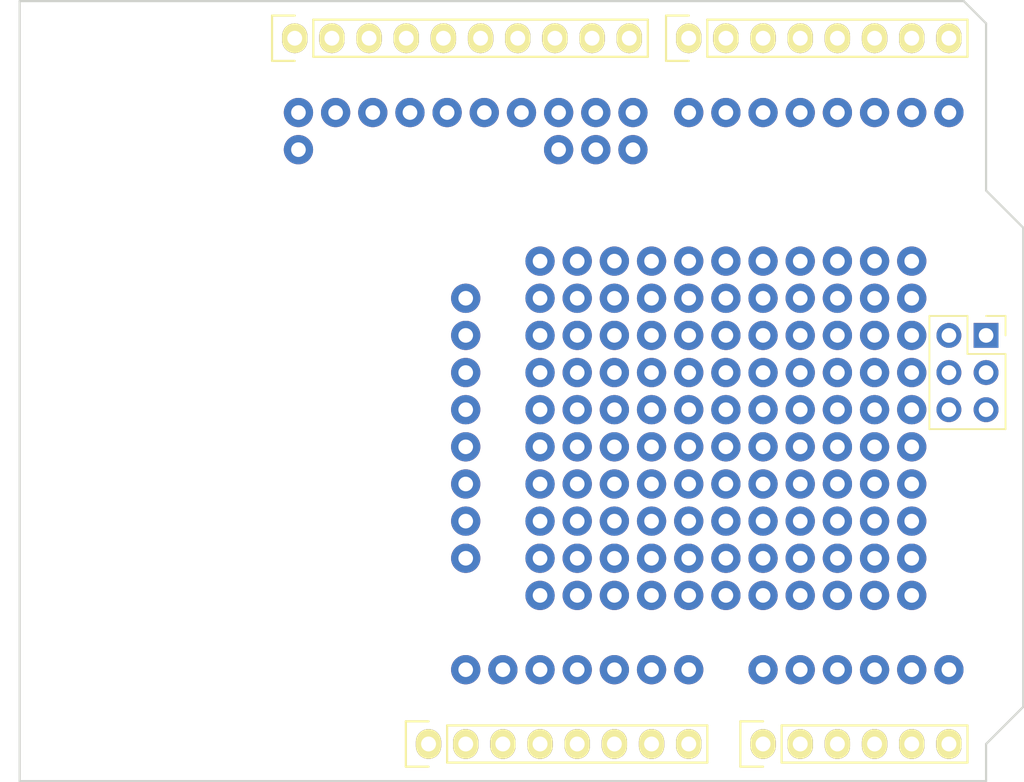
<source format=kicad_pcb>
(kicad_pcb (version 20171130) (host pcbnew "(5.0.1)-3")

  (general
    (thickness 1.6)
    (drawings 25)
    (tracks 0)
    (zones 0)
    (modules 158)
    (nets 29)
  )

  (page A4)
  (title_block
    (date "lun. 30 mars 2015")
  )

  (layers
    (0 F.Cu signal)
    (31 B.Cu signal)
    (32 B.Adhes user)
    (33 F.Adhes user)
    (34 B.Paste user)
    (35 F.Paste user)
    (36 B.SilkS user)
    (37 F.SilkS user)
    (38 B.Mask user)
    (39 F.Mask user)
    (40 Dwgs.User user)
    (41 Cmts.User user)
    (42 Eco1.User user)
    (43 Eco2.User user)
    (44 Edge.Cuts user)
    (45 Margin user)
    (46 B.CrtYd user)
    (47 F.CrtYd user)
    (48 B.Fab user)
    (49 F.Fab user)
  )

  (setup
    (last_trace_width 0.25)
    (trace_clearance 0.2)
    (zone_clearance 0.508)
    (zone_45_only no)
    (trace_min 0.2)
    (segment_width 0.15)
    (edge_width 0.15)
    (via_size 0.6)
    (via_drill 0.4)
    (via_min_size 0.4)
    (via_min_drill 0.3)
    (uvia_size 0.3)
    (uvia_drill 0.1)
    (uvias_allowed no)
    (uvia_min_size 0.2)
    (uvia_min_drill 0.1)
    (pcb_text_width 0.3)
    (pcb_text_size 1.5 1.5)
    (mod_edge_width 0.15)
    (mod_text_size 1 1)
    (mod_text_width 0.15)
    (pad_size 2 2)
    (pad_drill 1)
    (pad_to_mask_clearance 0)
    (solder_mask_min_width 0.25)
    (aux_axis_origin 110.998 126.365)
    (grid_origin 110.998 126.365)
    (visible_elements 7FFFF7FF)
    (pcbplotparams
      (layerselection 0x00030_80000001)
      (usegerberextensions false)
      (usegerberattributes false)
      (usegerberadvancedattributes false)
      (creategerberjobfile false)
      (excludeedgelayer true)
      (linewidth 0.100000)
      (plotframeref false)
      (viasonmask false)
      (mode 1)
      (useauxorigin false)
      (hpglpennumber 1)
      (hpglpenspeed 20)
      (hpglpendiameter 15.000000)
      (psnegative false)
      (psa4output false)
      (plotreference true)
      (plotvalue true)
      (plotinvisibletext false)
      (padsonsilk false)
      (subtractmaskfromsilk false)
      (outputformat 1)
      (mirror false)
      (drillshape 1)
      (scaleselection 1)
      (outputdirectory ""))
  )

  (net 0 "")
  (net 1 /IOREF)
  (net 2 /Reset)
  (net 3 +5V)
  (net 4 GND)
  (net 5 /Vin)
  (net 6 /A0)
  (net 7 /A1)
  (net 8 /A2)
  (net 9 /A3)
  (net 10 /AREF)
  (net 11 "/A4(SDA)")
  (net 12 "/A5(SCL)")
  (net 13 "/9(**)")
  (net 14 /8)
  (net 15 /7)
  (net 16 "/6(**)")
  (net 17 "/5(**)")
  (net 18 /4)
  (net 19 "/3(**)")
  (net 20 /2)
  (net 21 "/1(Tx)")
  (net 22 "/0(Rx)")
  (net 23 "/13(SCK)")
  (net 24 "/10(**/SS)")
  (net 25 "Net-(P1-Pad1)")
  (net 26 +3V3)
  (net 27 "/12(MISO)")
  (net 28 "/11(**/MOSI)")

  (net_class Default "This is the default net class."
    (clearance 0.2)
    (trace_width 0.25)
    (via_dia 0.6)
    (via_drill 0.4)
    (uvia_dia 0.3)
    (uvia_drill 0.1)
    (add_net +3V3)
    (add_net +5V)
    (add_net "/0(Rx)")
    (add_net "/1(Tx)")
    (add_net "/10(**/SS)")
    (add_net "/11(**/MOSI)")
    (add_net "/12(MISO)")
    (add_net "/13(SCK)")
    (add_net /2)
    (add_net "/3(**)")
    (add_net /4)
    (add_net "/5(**)")
    (add_net "/6(**)")
    (add_net /7)
    (add_net /8)
    (add_net "/9(**)")
    (add_net /A0)
    (add_net /A1)
    (add_net /A2)
    (add_net /A3)
    (add_net "/A4(SDA)")
    (add_net "/A5(SCL)")
    (add_net /AREF)
    (add_net /IOREF)
    (add_net /Reset)
    (add_net /Vin)
    (add_net GND)
    (add_net "Net-(P1-Pad1)")
  )

  (module MountingHole:MountingHole_2.2mm_M2_DIN965_Pad (layer F.Cu) (tedit 5C5A5263) (tstamp 5C5C8229)
    (at 141.478 93.345)
    (descr "Mounting Hole 2.2mm, M2, DIN965")
    (tags "mounting hole 2.2mm m2 din965")
    (attr virtual)
    (fp_text reference "" (at 0 -2.9) (layer F.SilkS) hide
      (effects (font (size 1 1) (thickness 0.15)))
    )
    (fp_text value "" (at 0 2.9) (layer F.Fab) hide
      (effects (font (size 1 1) (thickness 0.15)))
    )
    (fp_text user %R (at 0.3 0) (layer F.Fab)
      (effects (font (size 1 1) (thickness 0.15)))
    )
    (fp_circle (center 0 0) (end 1.9 0) (layer Cmts.User) (width 0.15))
    (fp_circle (center 0 0) (end 2.15 0) (layer F.CrtYd) (width 0.05))
    (pad 1 thru_hole circle (at 0 0) (size 2 2) (drill 1) (layers *.Cu *.Mask))
  )

  (module MountingHole:MountingHole_2.2mm_M2_DIN965_Pad (layer F.Cu) (tedit 5C5A5263) (tstamp 5C5C81E8)
    (at 141.478 95.885)
    (descr "Mounting Hole 2.2mm, M2, DIN965")
    (tags "mounting hole 2.2mm m2 din965")
    (attr virtual)
    (fp_text reference "" (at 0 -2.9) (layer F.SilkS) hide
      (effects (font (size 1 1) (thickness 0.15)))
    )
    (fp_text value "" (at 0 2.9) (layer F.Fab) hide
      (effects (font (size 1 1) (thickness 0.15)))
    )
    (fp_circle (center 0 0) (end 2.15 0) (layer F.CrtYd) (width 0.05))
    (fp_circle (center 0 0) (end 1.9 0) (layer Cmts.User) (width 0.15))
    (fp_text user %R (at 0.3 0) (layer F.Fab)
      (effects (font (size 1 1) (thickness 0.15)))
    )
    (pad 1 thru_hole circle (at 0 0) (size 2 2) (drill 1) (layers *.Cu *.Mask))
  )

  (module MountingHole:MountingHole_2.2mm_M2_DIN965_Pad (layer F.Cu) (tedit 5C5A5263) (tstamp 5C5C81E1)
    (at 141.478 103.505)
    (descr "Mounting Hole 2.2mm, M2, DIN965")
    (tags "mounting hole 2.2mm m2 din965")
    (attr virtual)
    (fp_text reference "" (at 0 -2.9) (layer F.SilkS) hide
      (effects (font (size 1 1) (thickness 0.15)))
    )
    (fp_text value "" (at 0 2.9) (layer F.Fab) hide
      (effects (font (size 1 1) (thickness 0.15)))
    )
    (fp_text user %R (at 0.3 0) (layer F.Fab)
      (effects (font (size 1 1) (thickness 0.15)))
    )
    (fp_circle (center 0 0) (end 1.9 0) (layer Cmts.User) (width 0.15))
    (fp_circle (center 0 0) (end 2.15 0) (layer F.CrtYd) (width 0.05))
    (pad 1 thru_hole circle (at 0 0) (size 2 2) (drill 1) (layers *.Cu *.Mask))
  )

  (module MountingHole:MountingHole_2.2mm_M2_DIN965_Pad (layer F.Cu) (tedit 5C5A5263) (tstamp 5C5C81DA)
    (at 141.478 100.965)
    (descr "Mounting Hole 2.2mm, M2, DIN965")
    (tags "mounting hole 2.2mm m2 din965")
    (attr virtual)
    (fp_text reference "" (at 0 -2.9) (layer F.SilkS) hide
      (effects (font (size 1 1) (thickness 0.15)))
    )
    (fp_text value "" (at 0 2.9) (layer F.Fab) hide
      (effects (font (size 1 1) (thickness 0.15)))
    )
    (fp_circle (center 0 0) (end 2.15 0) (layer F.CrtYd) (width 0.05))
    (fp_circle (center 0 0) (end 1.9 0) (layer Cmts.User) (width 0.15))
    (fp_text user %R (at 0.3 0) (layer F.Fab)
      (effects (font (size 1 1) (thickness 0.15)))
    )
    (pad 1 thru_hole circle (at 0 0) (size 2 2) (drill 1) (layers *.Cu *.Mask))
  )

  (module MountingHole:MountingHole_2.2mm_M2_DIN965_Pad (layer F.Cu) (tedit 5C5A5263) (tstamp 5C5C81D3)
    (at 141.478 106.045)
    (descr "Mounting Hole 2.2mm, M2, DIN965")
    (tags "mounting hole 2.2mm m2 din965")
    (attr virtual)
    (fp_text reference "" (at 0 -2.9) (layer F.SilkS) hide
      (effects (font (size 1 1) (thickness 0.15)))
    )
    (fp_text value "" (at 0 2.9) (layer F.Fab) hide
      (effects (font (size 1 1) (thickness 0.15)))
    )
    (fp_circle (center 0 0) (end 2.15 0) (layer F.CrtYd) (width 0.05))
    (fp_circle (center 0 0) (end 1.9 0) (layer Cmts.User) (width 0.15))
    (fp_text user %R (at 0.3 0) (layer F.Fab)
      (effects (font (size 1 1) (thickness 0.15)))
    )
    (pad 1 thru_hole circle (at 0 0) (size 2 2) (drill 1) (layers *.Cu *.Mask))
  )

  (module MountingHole:MountingHole_2.2mm_M2_DIN965_Pad (layer F.Cu) (tedit 5C5A5263) (tstamp 5C5C81CC)
    (at 141.478 98.425)
    (descr "Mounting Hole 2.2mm, M2, DIN965")
    (tags "mounting hole 2.2mm m2 din965")
    (attr virtual)
    (fp_text reference "" (at 0 -2.9) (layer F.SilkS) hide
      (effects (font (size 1 1) (thickness 0.15)))
    )
    (fp_text value "" (at 0 2.9) (layer F.Fab) hide
      (effects (font (size 1 1) (thickness 0.15)))
    )
    (fp_text user %R (at 0.3 0) (layer F.Fab)
      (effects (font (size 1 1) (thickness 0.15)))
    )
    (fp_circle (center 0 0) (end 1.9 0) (layer Cmts.User) (width 0.15))
    (fp_circle (center 0 0) (end 2.15 0) (layer F.CrtYd) (width 0.05))
    (pad 1 thru_hole circle (at 0 0) (size 2 2) (drill 1) (layers *.Cu *.Mask))
  )

  (module MountingHole:MountingHole_2.2mm_M2_DIN965_Pad (layer F.Cu) (tedit 5C5A5263) (tstamp 5C5C81C5)
    (at 141.478 108.585)
    (descr "Mounting Hole 2.2mm, M2, DIN965")
    (tags "mounting hole 2.2mm m2 din965")
    (attr virtual)
    (fp_text reference "" (at 0 -2.9) (layer F.SilkS) hide
      (effects (font (size 1 1) (thickness 0.15)))
    )
    (fp_text value "" (at 0 2.9) (layer F.Fab) hide
      (effects (font (size 1 1) (thickness 0.15)))
    )
    (fp_text user %R (at 0.3 0) (layer F.Fab)
      (effects (font (size 1 1) (thickness 0.15)))
    )
    (fp_circle (center 0 0) (end 1.9 0) (layer Cmts.User) (width 0.15))
    (fp_circle (center 0 0) (end 2.15 0) (layer F.CrtYd) (width 0.05))
    (pad 1 thru_hole circle (at 0 0) (size 2 2) (drill 1) (layers *.Cu *.Mask))
  )

  (module MountingHole:MountingHole_2.2mm_M2_DIN965_Pad (layer F.Cu) (tedit 5C5A5263) (tstamp 5C5C81BE)
    (at 141.478 111.125)
    (descr "Mounting Hole 2.2mm, M2, DIN965")
    (tags "mounting hole 2.2mm m2 din965")
    (attr virtual)
    (fp_text reference "" (at 0 -2.9) (layer F.SilkS) hide
      (effects (font (size 1 1) (thickness 0.15)))
    )
    (fp_text value "" (at 0 2.9) (layer F.Fab) hide
      (effects (font (size 1 1) (thickness 0.15)))
    )
    (fp_circle (center 0 0) (end 2.15 0) (layer F.CrtYd) (width 0.05))
    (fp_circle (center 0 0) (end 1.9 0) (layer Cmts.User) (width 0.15))
    (fp_text user %R (at 0.3 0) (layer F.Fab)
      (effects (font (size 1 1) (thickness 0.15)))
    )
    (pad 1 thru_hole circle (at 0 0) (size 2 2) (drill 1) (layers *.Cu *.Mask))
  )

  (module MountingHole:MountingHole_2.2mm_M2_DIN965_Pad (layer F.Cu) (tedit 5C5A5263) (tstamp 5C5C816A)
    (at 152.908 83.185)
    (descr "Mounting Hole 2.2mm, M2, DIN965")
    (tags "mounting hole 2.2mm m2 din965")
    (attr virtual)
    (fp_text reference "" (at 0 -2.9) (layer F.SilkS) hide
      (effects (font (size 1 1) (thickness 0.15)))
    )
    (fp_text value "" (at 0 2.9) (layer F.Fab) hide
      (effects (font (size 1 1) (thickness 0.15)))
    )
    (fp_circle (center 0 0) (end 2.15 0) (layer F.CrtYd) (width 0.05))
    (fp_circle (center 0 0) (end 1.9 0) (layer Cmts.User) (width 0.15))
    (fp_text user %R (at 0.3 0) (layer F.Fab)
      (effects (font (size 1 1) (thickness 0.15)))
    )
    (pad 1 thru_hole circle (at 0 0) (size 2 2) (drill 1) (layers *.Cu *.Mask))
  )

  (module MountingHole:MountingHole_2.2mm_M2_DIN965_Pad (layer F.Cu) (tedit 5C5A5263) (tstamp 5C5C8163)
    (at 150.368 83.185)
    (descr "Mounting Hole 2.2mm, M2, DIN965")
    (tags "mounting hole 2.2mm m2 din965")
    (attr virtual)
    (fp_text reference "" (at 0 -2.9) (layer F.SilkS) hide
      (effects (font (size 1 1) (thickness 0.15)))
    )
    (fp_text value "" (at 0 2.9) (layer F.Fab) hide
      (effects (font (size 1 1) (thickness 0.15)))
    )
    (fp_text user %R (at 0.3 0) (layer F.Fab)
      (effects (font (size 1 1) (thickness 0.15)))
    )
    (fp_circle (center 0 0) (end 1.9 0) (layer Cmts.User) (width 0.15))
    (fp_circle (center 0 0) (end 2.15 0) (layer F.CrtYd) (width 0.05))
    (pad 1 thru_hole circle (at 0 0) (size 2 2) (drill 1) (layers *.Cu *.Mask))
  )

  (module MountingHole:MountingHole_2.2mm_M2_DIN965_Pad (layer F.Cu) (tedit 5C5A5263) (tstamp 5C5C815C)
    (at 130.048 83.185)
    (descr "Mounting Hole 2.2mm, M2, DIN965")
    (tags "mounting hole 2.2mm m2 din965")
    (attr virtual)
    (fp_text reference "" (at 0 -2.9) (layer F.SilkS) hide
      (effects (font (size 1 1) (thickness 0.15)))
    )
    (fp_text value "" (at 0 2.9) (layer F.Fab) hide
      (effects (font (size 1 1) (thickness 0.15)))
    )
    (fp_text user %R (at 0.3 0) (layer F.Fab)
      (effects (font (size 1 1) (thickness 0.15)))
    )
    (fp_circle (center 0 0) (end 1.9 0) (layer Cmts.User) (width 0.15))
    (fp_circle (center 0 0) (end 2.15 0) (layer F.CrtYd) (width 0.05))
    (pad 1 thru_hole circle (at 0 0) (size 2 2) (drill 1) (layers *.Cu *.Mask))
  )

  (module MountingHole:MountingHole_2.2mm_M2_DIN965_Pad (layer F.Cu) (tedit 5C5A5263) (tstamp 5C5C8155)
    (at 147.828 83.185)
    (descr "Mounting Hole 2.2mm, M2, DIN965")
    (tags "mounting hole 2.2mm m2 din965")
    (attr virtual)
    (fp_text reference "" (at 0 -2.9) (layer F.SilkS) hide
      (effects (font (size 1 1) (thickness 0.15)))
    )
    (fp_text value "" (at 0 2.9) (layer F.Fab) hide
      (effects (font (size 1 1) (thickness 0.15)))
    )
    (fp_circle (center 0 0) (end 2.15 0) (layer F.CrtYd) (width 0.05))
    (fp_circle (center 0 0) (end 1.9 0) (layer Cmts.User) (width 0.15))
    (fp_text user %R (at 0.3 0) (layer F.Fab)
      (effects (font (size 1 1) (thickness 0.15)))
    )
    (pad 1 thru_hole circle (at 0 0) (size 2 2) (drill 1) (layers *.Cu *.Mask))
  )

  (module MountingHole:MountingHole_2.2mm_M2_DIN965_Pad (layer F.Cu) (tedit 5C5A5263) (tstamp 5C5C8147)
    (at 152.908 80.645)
    (descr "Mounting Hole 2.2mm, M2, DIN965")
    (tags "mounting hole 2.2mm m2 din965")
    (attr virtual)
    (fp_text reference "" (at 0 -2.9) (layer F.SilkS) hide
      (effects (font (size 1 1) (thickness 0.15)))
    )
    (fp_text value "" (at 0 2.9) (layer F.Fab) hide
      (effects (font (size 1 1) (thickness 0.15)))
    )
    (fp_text user %R (at 0.3 0) (layer F.Fab)
      (effects (font (size 1 1) (thickness 0.15)))
    )
    (fp_circle (center 0 0) (end 1.9 0) (layer Cmts.User) (width 0.15))
    (fp_circle (center 0 0) (end 2.15 0) (layer F.CrtYd) (width 0.05))
    (pad 1 thru_hole circle (at 0 0) (size 2 2) (drill 1) (layers *.Cu *.Mask))
  )

  (module MountingHole:MountingHole_2.2mm_M2_DIN965_Pad (layer F.Cu) (tedit 5C5A5263) (tstamp 5C5C8139)
    (at 150.368 80.645)
    (descr "Mounting Hole 2.2mm, M2, DIN965")
    (tags "mounting hole 2.2mm m2 din965")
    (attr virtual)
    (fp_text reference "" (at 0 -2.9) (layer F.SilkS) hide
      (effects (font (size 1 1) (thickness 0.15)))
    )
    (fp_text value "" (at 0 2.9) (layer F.Fab) hide
      (effects (font (size 1 1) (thickness 0.15)))
    )
    (fp_circle (center 0 0) (end 2.15 0) (layer F.CrtYd) (width 0.05))
    (fp_circle (center 0 0) (end 1.9 0) (layer Cmts.User) (width 0.15))
    (fp_text user %R (at 0.3 0) (layer F.Fab)
      (effects (font (size 1 1) (thickness 0.15)))
    )
    (pad 1 thru_hole circle (at 0 0) (size 2 2) (drill 1) (layers *.Cu *.Mask))
  )

  (module MountingHole:MountingHole_2.2mm_M2_DIN965_Pad (layer F.Cu) (tedit 5C5A5263) (tstamp 5C5C80F1)
    (at 147.828 80.645)
    (descr "Mounting Hole 2.2mm, M2, DIN965")
    (tags "mounting hole 2.2mm m2 din965")
    (attr virtual)
    (fp_text reference "" (at 0 -2.9) (layer F.SilkS) hide
      (effects (font (size 1 1) (thickness 0.15)))
    )
    (fp_text value "" (at 0 2.9) (layer F.Fab) hide
      (effects (font (size 1 1) (thickness 0.15)))
    )
    (fp_text user %R (at 0.3 0) (layer F.Fab)
      (effects (font (size 1 1) (thickness 0.15)))
    )
    (fp_circle (center 0 0) (end 1.9 0) (layer Cmts.User) (width 0.15))
    (fp_circle (center 0 0) (end 2.15 0) (layer F.CrtYd) (width 0.05))
    (pad 1 thru_hole circle (at 0 0) (size 2 2) (drill 1) (layers *.Cu *.Mask))
  )

  (module MountingHole:MountingHole_2.2mm_M2_DIN965_Pad (layer F.Cu) (tedit 5C5A5263) (tstamp 5C5C80EA)
    (at 135.128 80.645)
    (descr "Mounting Hole 2.2mm, M2, DIN965")
    (tags "mounting hole 2.2mm m2 din965")
    (attr virtual)
    (fp_text reference "" (at 0 -2.9) (layer F.SilkS) hide
      (effects (font (size 1 1) (thickness 0.15)))
    )
    (fp_text value "" (at 0 2.9) (layer F.Fab) hide
      (effects (font (size 1 1) (thickness 0.15)))
    )
    (fp_circle (center 0 0) (end 2.15 0) (layer F.CrtYd) (width 0.05))
    (fp_circle (center 0 0) (end 1.9 0) (layer Cmts.User) (width 0.15))
    (fp_text user %R (at 0.3 0) (layer F.Fab)
      (effects (font (size 1 1) (thickness 0.15)))
    )
    (pad 1 thru_hole circle (at 0 0) (size 2 2) (drill 1) (layers *.Cu *.Mask))
  )

  (module MountingHole:MountingHole_2.2mm_M2_DIN965_Pad (layer F.Cu) (tedit 5C5A5263) (tstamp 5C5C80E3)
    (at 142.748 80.645)
    (descr "Mounting Hole 2.2mm, M2, DIN965")
    (tags "mounting hole 2.2mm m2 din965")
    (attr virtual)
    (fp_text reference "" (at 0 -2.9) (layer F.SilkS) hide
      (effects (font (size 1 1) (thickness 0.15)))
    )
    (fp_text value "" (at 0 2.9) (layer F.Fab) hide
      (effects (font (size 1 1) (thickness 0.15)))
    )
    (fp_text user %R (at 0.3 0) (layer F.Fab)
      (effects (font (size 1 1) (thickness 0.15)))
    )
    (fp_circle (center 0 0) (end 1.9 0) (layer Cmts.User) (width 0.15))
    (fp_circle (center 0 0) (end 2.15 0) (layer F.CrtYd) (width 0.05))
    (pad 1 thru_hole circle (at 0 0) (size 2 2) (drill 1) (layers *.Cu *.Mask))
  )

  (module MountingHole:MountingHole_2.2mm_M2_DIN965_Pad (layer F.Cu) (tedit 5C5A5263) (tstamp 5C5C80DC)
    (at 137.668 80.645)
    (descr "Mounting Hole 2.2mm, M2, DIN965")
    (tags "mounting hole 2.2mm m2 din965")
    (attr virtual)
    (fp_text reference "" (at 0 -2.9) (layer F.SilkS) hide
      (effects (font (size 1 1) (thickness 0.15)))
    )
    (fp_text value "" (at 0 2.9) (layer F.Fab) hide
      (effects (font (size 1 1) (thickness 0.15)))
    )
    (fp_text user %R (at 0.3 0) (layer F.Fab)
      (effects (font (size 1 1) (thickness 0.15)))
    )
    (fp_circle (center 0 0) (end 1.9 0) (layer Cmts.User) (width 0.15))
    (fp_circle (center 0 0) (end 2.15 0) (layer F.CrtYd) (width 0.05))
    (pad 1 thru_hole circle (at 0 0) (size 2 2) (drill 1) (layers *.Cu *.Mask))
  )

  (module MountingHole:MountingHole_2.2mm_M2_DIN965_Pad (layer F.Cu) (tedit 5C5A5263) (tstamp 5C5C80D5)
    (at 130.048 80.645)
    (descr "Mounting Hole 2.2mm, M2, DIN965")
    (tags "mounting hole 2.2mm m2 din965")
    (attr virtual)
    (fp_text reference "" (at 0 -2.9) (layer F.SilkS) hide
      (effects (font (size 1 1) (thickness 0.15)))
    )
    (fp_text value "" (at 0 2.9) (layer F.Fab) hide
      (effects (font (size 1 1) (thickness 0.15)))
    )
    (fp_circle (center 0 0) (end 2.15 0) (layer F.CrtYd) (width 0.05))
    (fp_circle (center 0 0) (end 1.9 0) (layer Cmts.User) (width 0.15))
    (fp_text user %R (at 0.3 0) (layer F.Fab)
      (effects (font (size 1 1) (thickness 0.15)))
    )
    (pad 1 thru_hole circle (at 0 0) (size 2 2) (drill 1) (layers *.Cu *.Mask))
  )

  (module MountingHole:MountingHole_2.2mm_M2_DIN965_Pad (layer F.Cu) (tedit 5C5A5263) (tstamp 5C5C80CE)
    (at 145.288 80.645)
    (descr "Mounting Hole 2.2mm, M2, DIN965")
    (tags "mounting hole 2.2mm m2 din965")
    (attr virtual)
    (fp_text reference "" (at 0 -2.9) (layer F.SilkS) hide
      (effects (font (size 1 1) (thickness 0.15)))
    )
    (fp_text value "" (at 0 2.9) (layer F.Fab) hide
      (effects (font (size 1 1) (thickness 0.15)))
    )
    (fp_circle (center 0 0) (end 2.15 0) (layer F.CrtYd) (width 0.05))
    (fp_circle (center 0 0) (end 1.9 0) (layer Cmts.User) (width 0.15))
    (fp_text user %R (at 0.3 0) (layer F.Fab)
      (effects (font (size 1 1) (thickness 0.15)))
    )
    (pad 1 thru_hole circle (at 0 0) (size 2 2) (drill 1) (layers *.Cu *.Mask))
  )

  (module MountingHole:MountingHole_2.2mm_M2_DIN965_Pad (layer F.Cu) (tedit 5C5A5263) (tstamp 5C5C80C7)
    (at 132.588 80.645)
    (descr "Mounting Hole 2.2mm, M2, DIN965")
    (tags "mounting hole 2.2mm m2 din965")
    (attr virtual)
    (fp_text reference "" (at 0 -2.9) (layer F.SilkS) hide
      (effects (font (size 1 1) (thickness 0.15)))
    )
    (fp_text value "" (at 0 2.9) (layer F.Fab) hide
      (effects (font (size 1 1) (thickness 0.15)))
    )
    (fp_text user %R (at 0.3 0) (layer F.Fab)
      (effects (font (size 1 1) (thickness 0.15)))
    )
    (fp_circle (center 0 0) (end 1.9 0) (layer Cmts.User) (width 0.15))
    (fp_circle (center 0 0) (end 2.15 0) (layer F.CrtYd) (width 0.05))
    (pad 1 thru_hole circle (at 0 0) (size 2 2) (drill 1) (layers *.Cu *.Mask))
  )

  (module MountingHole:MountingHole_2.2mm_M2_DIN965_Pad (layer F.Cu) (tedit 5C5A5263) (tstamp 5C5C80C0)
    (at 140.208 80.645)
    (descr "Mounting Hole 2.2mm, M2, DIN965")
    (tags "mounting hole 2.2mm m2 din965")
    (attr virtual)
    (fp_text reference "" (at 0 -2.9) (layer F.SilkS) hide
      (effects (font (size 1 1) (thickness 0.15)))
    )
    (fp_text value "" (at 0 2.9) (layer F.Fab) hide
      (effects (font (size 1 1) (thickness 0.15)))
    )
    (fp_circle (center 0 0) (end 2.15 0) (layer F.CrtYd) (width 0.05))
    (fp_circle (center 0 0) (end 1.9 0) (layer Cmts.User) (width 0.15))
    (fp_text user %R (at 0.3 0) (layer F.Fab)
      (effects (font (size 1 1) (thickness 0.15)))
    )
    (pad 1 thru_hole circle (at 0 0) (size 2 2) (drill 1) (layers *.Cu *.Mask))
  )

  (module MountingHole:MountingHole_2.2mm_M2_DIN965_Pad (layer F.Cu) (tedit 5C5A5263) (tstamp 5C5C7F64)
    (at 156.718 80.645)
    (descr "Mounting Hole 2.2mm, M2, DIN965")
    (tags "mounting hole 2.2mm m2 din965")
    (attr virtual)
    (fp_text reference "" (at 0 -2.9) (layer F.SilkS) hide
      (effects (font (size 1 1) (thickness 0.15)))
    )
    (fp_text value "" (at 0 2.9) (layer F.Fab) hide
      (effects (font (size 1 1) (thickness 0.15)))
    )
    (fp_text user %R (at 0.3 0) (layer F.Fab)
      (effects (font (size 1 1) (thickness 0.15)))
    )
    (fp_circle (center 0 0) (end 1.9 0) (layer Cmts.User) (width 0.15))
    (fp_circle (center 0 0) (end 2.15 0) (layer F.CrtYd) (width 0.05))
    (pad 1 thru_hole circle (at 0 0) (size 2 2) (drill 1) (layers *.Cu *.Mask))
  )

  (module MountingHole:MountingHole_2.2mm_M2_DIN965_Pad (layer F.Cu) (tedit 5C5A5263) (tstamp 5C5C7F21)
    (at 159.258 80.645)
    (descr "Mounting Hole 2.2mm, M2, DIN965")
    (tags "mounting hole 2.2mm m2 din965")
    (attr virtual)
    (fp_text reference "" (at 0 -2.9) (layer F.SilkS) hide
      (effects (font (size 1 1) (thickness 0.15)))
    )
    (fp_text value "" (at 0 2.9) (layer F.Fab) hide
      (effects (font (size 1 1) (thickness 0.15)))
    )
    (fp_circle (center 0 0) (end 2.15 0) (layer F.CrtYd) (width 0.05))
    (fp_circle (center 0 0) (end 1.9 0) (layer Cmts.User) (width 0.15))
    (fp_text user %R (at 0.3 0) (layer F.Fab)
      (effects (font (size 1 1) (thickness 0.15)))
    )
    (pad 1 thru_hole circle (at 0 0) (size 2 2) (drill 1) (layers *.Cu *.Mask))
  )

  (module MountingHole:MountingHole_2.2mm_M2_DIN965_Pad (layer F.Cu) (tedit 5C5A5263) (tstamp 5C5C7F19)
    (at 171.958 80.645)
    (descr "Mounting Hole 2.2mm, M2, DIN965")
    (tags "mounting hole 2.2mm m2 din965")
    (attr virtual)
    (fp_text reference "" (at 0 -2.9) (layer F.SilkS) hide
      (effects (font (size 1 1) (thickness 0.15)))
    )
    (fp_text value "" (at 0 2.9) (layer F.Fab) hide
      (effects (font (size 1 1) (thickness 0.15)))
    )
    (fp_text user %R (at 0.3 0) (layer F.Fab)
      (effects (font (size 1 1) (thickness 0.15)))
    )
    (fp_circle (center 0 0) (end 1.9 0) (layer Cmts.User) (width 0.15))
    (fp_circle (center 0 0) (end 2.15 0) (layer F.CrtYd) (width 0.05))
    (pad 1 thru_hole circle (at 0 0) (size 2 2) (drill 1) (layers *.Cu *.Mask))
  )

  (module MountingHole:MountingHole_2.2mm_M2_DIN965_Pad (layer F.Cu) (tedit 5C5A5263) (tstamp 5C5C7F12)
    (at 174.498 80.645)
    (descr "Mounting Hole 2.2mm, M2, DIN965")
    (tags "mounting hole 2.2mm m2 din965")
    (attr virtual)
    (fp_text reference "" (at 0 -2.9) (layer F.SilkS) hide
      (effects (font (size 1 1) (thickness 0.15)))
    )
    (fp_text value "" (at 0 2.9) (layer F.Fab) hide
      (effects (font (size 1 1) (thickness 0.15)))
    )
    (fp_circle (center 0 0) (end 2.15 0) (layer F.CrtYd) (width 0.05))
    (fp_circle (center 0 0) (end 1.9 0) (layer Cmts.User) (width 0.15))
    (fp_text user %R (at 0.3 0) (layer F.Fab)
      (effects (font (size 1 1) (thickness 0.15)))
    )
    (pad 1 thru_hole circle (at 0 0) (size 2 2) (drill 1) (layers *.Cu *.Mask))
  )

  (module MountingHole:MountingHole_2.2mm_M2_DIN965_Pad (layer F.Cu) (tedit 5C5A5263) (tstamp 5C5C7F0B)
    (at 164.338 80.645)
    (descr "Mounting Hole 2.2mm, M2, DIN965")
    (tags "mounting hole 2.2mm m2 din965")
    (attr virtual)
    (fp_text reference "" (at 0 -2.9) (layer F.SilkS) hide
      (effects (font (size 1 1) (thickness 0.15)))
    )
    (fp_text value "" (at 0 2.9) (layer F.Fab) hide
      (effects (font (size 1 1) (thickness 0.15)))
    )
    (fp_circle (center 0 0) (end 2.15 0) (layer F.CrtYd) (width 0.05))
    (fp_circle (center 0 0) (end 1.9 0) (layer Cmts.User) (width 0.15))
    (fp_text user %R (at 0.3 0) (layer F.Fab)
      (effects (font (size 1 1) (thickness 0.15)))
    )
    (pad 1 thru_hole circle (at 0 0) (size 2 2) (drill 1) (layers *.Cu *.Mask))
  )

  (module MountingHole:MountingHole_2.2mm_M2_DIN965_Pad (layer F.Cu) (tedit 5C5A5263) (tstamp 5C5C7F04)
    (at 169.418 80.645)
    (descr "Mounting Hole 2.2mm, M2, DIN965")
    (tags "mounting hole 2.2mm m2 din965")
    (attr virtual)
    (fp_text reference "" (at 0 -2.9) (layer F.SilkS) hide
      (effects (font (size 1 1) (thickness 0.15)))
    )
    (fp_text value "" (at 0 2.9) (layer F.Fab) hide
      (effects (font (size 1 1) (thickness 0.15)))
    )
    (fp_circle (center 0 0) (end 2.15 0) (layer F.CrtYd) (width 0.05))
    (fp_circle (center 0 0) (end 1.9 0) (layer Cmts.User) (width 0.15))
    (fp_text user %R (at 0.3 0) (layer F.Fab)
      (effects (font (size 1 1) (thickness 0.15)))
    )
    (pad 1 thru_hole circle (at 0 0) (size 2 2) (drill 1) (layers *.Cu *.Mask))
  )

  (module MountingHole:MountingHole_2.2mm_M2_DIN965_Pad (layer F.Cu) (tedit 5C5A5263) (tstamp 5C5C7EFD)
    (at 161.798 80.645)
    (descr "Mounting Hole 2.2mm, M2, DIN965")
    (tags "mounting hole 2.2mm m2 din965")
    (attr virtual)
    (fp_text reference "" (at 0 -2.9) (layer F.SilkS) hide
      (effects (font (size 1 1) (thickness 0.15)))
    )
    (fp_text value "" (at 0 2.9) (layer F.Fab) hide
      (effects (font (size 1 1) (thickness 0.15)))
    )
    (fp_text user %R (at 0.3 0) (layer F.Fab)
      (effects (font (size 1 1) (thickness 0.15)))
    )
    (fp_circle (center 0 0) (end 1.9 0) (layer Cmts.User) (width 0.15))
    (fp_circle (center 0 0) (end 2.15 0) (layer F.CrtYd) (width 0.05))
    (pad 1 thru_hole circle (at 0 0) (size 2 2) (drill 1) (layers *.Cu *.Mask))
  )

  (module MountingHole:MountingHole_2.2mm_M2_DIN965_Pad (layer F.Cu) (tedit 5C5A5263) (tstamp 5C5C7EF6)
    (at 166.878 80.645)
    (descr "Mounting Hole 2.2mm, M2, DIN965")
    (tags "mounting hole 2.2mm m2 din965")
    (attr virtual)
    (fp_text reference "" (at 0 -2.9) (layer F.SilkS) hide
      (effects (font (size 1 1) (thickness 0.15)))
    )
    (fp_text value "" (at 0 2.9) (layer F.Fab) hide
      (effects (font (size 1 1) (thickness 0.15)))
    )
    (fp_text user %R (at 0.3 0) (layer F.Fab)
      (effects (font (size 1 1) (thickness 0.15)))
    )
    (fp_circle (center 0 0) (end 1.9 0) (layer Cmts.User) (width 0.15))
    (fp_circle (center 0 0) (end 2.15 0) (layer F.CrtYd) (width 0.05))
    (pad 1 thru_hole circle (at 0 0) (size 2 2) (drill 1) (layers *.Cu *.Mask))
  )

  (module MountingHole:MountingHole_2.2mm_M2_DIN965_Pad (layer F.Cu) (tedit 5C5A5263) (tstamp 5C5C7EE8)
    (at 141.478 118.745)
    (descr "Mounting Hole 2.2mm, M2, DIN965")
    (tags "mounting hole 2.2mm m2 din965")
    (attr virtual)
    (fp_text reference "" (at 0 -2.9) (layer F.SilkS) hide
      (effects (font (size 1 1) (thickness 0.15)))
    )
    (fp_text value "" (at 0 2.9) (layer F.Fab) hide
      (effects (font (size 1 1) (thickness 0.15)))
    )
    (fp_text user %R (at 0.3 0) (layer F.Fab)
      (effects (font (size 1 1) (thickness 0.15)))
    )
    (fp_circle (center 0 0) (end 1.9 0) (layer Cmts.User) (width 0.15))
    (fp_circle (center 0 0) (end 2.15 0) (layer F.CrtYd) (width 0.05))
    (pad 1 thru_hole circle (at 0 0) (size 2 2) (drill 1) (layers *.Cu *.Mask))
  )

  (module MountingHole:MountingHole_2.2mm_M2_DIN965_Pad (layer F.Cu) (tedit 5C5A5263) (tstamp 5C5C7EAE)
    (at 154.178 118.745)
    (descr "Mounting Hole 2.2mm, M2, DIN965")
    (tags "mounting hole 2.2mm m2 din965")
    (attr virtual)
    (fp_text reference "" (at 0 -2.9) (layer F.SilkS) hide
      (effects (font (size 1 1) (thickness 0.15)))
    )
    (fp_text value "" (at 0 2.9) (layer F.Fab) hide
      (effects (font (size 1 1) (thickness 0.15)))
    )
    (fp_circle (center 0 0) (end 2.15 0) (layer F.CrtYd) (width 0.05))
    (fp_circle (center 0 0) (end 1.9 0) (layer Cmts.User) (width 0.15))
    (fp_text user %R (at 0.3 0) (layer F.Fab)
      (effects (font (size 1 1) (thickness 0.15)))
    )
    (pad 1 thru_hole circle (at 0 0) (size 2 2) (drill 1) (layers *.Cu *.Mask))
  )

  (module MountingHole:MountingHole_2.2mm_M2_DIN965_Pad (layer F.Cu) (tedit 5C5A5263) (tstamp 5C5C7EA7)
    (at 156.718 118.745)
    (descr "Mounting Hole 2.2mm, M2, DIN965")
    (tags "mounting hole 2.2mm m2 din965")
    (attr virtual)
    (fp_text reference "" (at 0 -2.9) (layer F.SilkS) hide
      (effects (font (size 1 1) (thickness 0.15)))
    )
    (fp_text value "" (at 0 2.9) (layer F.Fab) hide
      (effects (font (size 1 1) (thickness 0.15)))
    )
    (fp_text user %R (at 0.3 0) (layer F.Fab)
      (effects (font (size 1 1) (thickness 0.15)))
    )
    (fp_circle (center 0 0) (end 1.9 0) (layer Cmts.User) (width 0.15))
    (fp_circle (center 0 0) (end 2.15 0) (layer F.CrtYd) (width 0.05))
    (pad 1 thru_hole circle (at 0 0) (size 2 2) (drill 1) (layers *.Cu *.Mask))
  )

  (module MountingHole:MountingHole_2.2mm_M2_DIN965_Pad (layer F.Cu) (tedit 5C5A5263) (tstamp 5C5C7EA0)
    (at 146.558 118.745)
    (descr "Mounting Hole 2.2mm, M2, DIN965")
    (tags "mounting hole 2.2mm m2 din965")
    (attr virtual)
    (fp_text reference "" (at 0 -2.9) (layer F.SilkS) hide
      (effects (font (size 1 1) (thickness 0.15)))
    )
    (fp_text value "" (at 0 2.9) (layer F.Fab) hide
      (effects (font (size 1 1) (thickness 0.15)))
    )
    (fp_text user %R (at 0.3 0) (layer F.Fab)
      (effects (font (size 1 1) (thickness 0.15)))
    )
    (fp_circle (center 0 0) (end 1.9 0) (layer Cmts.User) (width 0.15))
    (fp_circle (center 0 0) (end 2.15 0) (layer F.CrtYd) (width 0.05))
    (pad 1 thru_hole circle (at 0 0) (size 2 2) (drill 1) (layers *.Cu *.Mask))
  )

  (module MountingHole:MountingHole_2.2mm_M2_DIN965_Pad (layer F.Cu) (tedit 5C5A5263) (tstamp 5C5C7E99)
    (at 149.098 118.745)
    (descr "Mounting Hole 2.2mm, M2, DIN965")
    (tags "mounting hole 2.2mm m2 din965")
    (attr virtual)
    (fp_text reference "" (at 0 -2.9) (layer F.SilkS) hide
      (effects (font (size 1 1) (thickness 0.15)))
    )
    (fp_text value "" (at 0 2.9) (layer F.Fab) hide
      (effects (font (size 1 1) (thickness 0.15)))
    )
    (fp_circle (center 0 0) (end 2.15 0) (layer F.CrtYd) (width 0.05))
    (fp_circle (center 0 0) (end 1.9 0) (layer Cmts.User) (width 0.15))
    (fp_text user %R (at 0.3 0) (layer F.Fab)
      (effects (font (size 1 1) (thickness 0.15)))
    )
    (pad 1 thru_hole circle (at 0 0) (size 2 2) (drill 1) (layers *.Cu *.Mask))
  )

  (module MountingHole:MountingHole_2.2mm_M2_DIN965_Pad (layer F.Cu) (tedit 5C5A5263) (tstamp 5C5C7E92)
    (at 144.018 118.745)
    (descr "Mounting Hole 2.2mm, M2, DIN965")
    (tags "mounting hole 2.2mm m2 din965")
    (attr virtual)
    (fp_text reference "" (at 0 -2.9) (layer F.SilkS) hide
      (effects (font (size 1 1) (thickness 0.15)))
    )
    (fp_text value "" (at 0 2.9) (layer F.Fab) hide
      (effects (font (size 1 1) (thickness 0.15)))
    )
    (fp_circle (center 0 0) (end 2.15 0) (layer F.CrtYd) (width 0.05))
    (fp_circle (center 0 0) (end 1.9 0) (layer Cmts.User) (width 0.15))
    (fp_text user %R (at 0.3 0) (layer F.Fab)
      (effects (font (size 1 1) (thickness 0.15)))
    )
    (pad 1 thru_hole circle (at 0 0) (size 2 2) (drill 1) (layers *.Cu *.Mask))
  )

  (module MountingHole:MountingHole_2.2mm_M2_DIN965_Pad (layer F.Cu) (tedit 5C5A5263) (tstamp 5C5C7E8B)
    (at 151.638 118.745)
    (descr "Mounting Hole 2.2mm, M2, DIN965")
    (tags "mounting hole 2.2mm m2 din965")
    (attr virtual)
    (fp_text reference "" (at 0 -2.9) (layer F.SilkS) hide
      (effects (font (size 1 1) (thickness 0.15)))
    )
    (fp_text value "" (at 0 2.9) (layer F.Fab) hide
      (effects (font (size 1 1) (thickness 0.15)))
    )
    (fp_text user %R (at 0.3 0) (layer F.Fab)
      (effects (font (size 1 1) (thickness 0.15)))
    )
    (fp_circle (center 0 0) (end 1.9 0) (layer Cmts.User) (width 0.15))
    (fp_circle (center 0 0) (end 2.15 0) (layer F.CrtYd) (width 0.05))
    (pad 1 thru_hole circle (at 0 0) (size 2 2) (drill 1) (layers *.Cu *.Mask))
  )

  (module MountingHole:MountingHole_2.2mm_M2_DIN965_Pad (layer F.Cu) (tedit 5C5A5263) (tstamp 5C5B33F9)
    (at 164.338 118.745)
    (descr "Mounting Hole 2.2mm, M2, DIN965")
    (tags "mounting hole 2.2mm m2 din965")
    (attr virtual)
    (fp_text reference "" (at 0 -2.9) (layer F.SilkS) hide
      (effects (font (size 1 1) (thickness 0.15)))
    )
    (fp_text value "" (at 0 2.9) (layer F.Fab) hide
      (effects (font (size 1 1) (thickness 0.15)))
    )
    (fp_circle (center 0 0) (end 2.15 0) (layer F.CrtYd) (width 0.05))
    (fp_circle (center 0 0) (end 1.9 0) (layer Cmts.User) (width 0.15))
    (fp_text user %R (at 0.3 0) (layer F.Fab)
      (effects (font (size 1 1) (thickness 0.15)))
    )
    (pad 1 thru_hole circle (at 0 0) (size 2 2) (drill 1) (layers *.Cu *.Mask))
  )

  (module MountingHole:MountingHole_2.2mm_M2_DIN965_Pad (layer F.Cu) (tedit 5C5A5263) (tstamp 5C5B33F2)
    (at 166.878 118.745)
    (descr "Mounting Hole 2.2mm, M2, DIN965")
    (tags "mounting hole 2.2mm m2 din965")
    (attr virtual)
    (fp_text reference "" (at 0 -2.9) (layer F.SilkS) hide
      (effects (font (size 1 1) (thickness 0.15)))
    )
    (fp_text value "" (at 0 2.9) (layer F.Fab) hide
      (effects (font (size 1 1) (thickness 0.15)))
    )
    (fp_text user %R (at 0.3 0) (layer F.Fab)
      (effects (font (size 1 1) (thickness 0.15)))
    )
    (fp_circle (center 0 0) (end 1.9 0) (layer Cmts.User) (width 0.15))
    (fp_circle (center 0 0) (end 2.15 0) (layer F.CrtYd) (width 0.05))
    (pad 1 thru_hole circle (at 0 0) (size 2 2) (drill 1) (layers *.Cu *.Mask))
  )

  (module MountingHole:MountingHole_2.2mm_M2_DIN965_Pad (layer F.Cu) (tedit 5C5A5263) (tstamp 5C5B33EB)
    (at 174.498 118.745)
    (descr "Mounting Hole 2.2mm, M2, DIN965")
    (tags "mounting hole 2.2mm m2 din965")
    (attr virtual)
    (fp_text reference "" (at 0 -2.9) (layer F.SilkS) hide
      (effects (font (size 1 1) (thickness 0.15)))
    )
    (fp_text value "" (at 0 2.9) (layer F.Fab) hide
      (effects (font (size 1 1) (thickness 0.15)))
    )
    (fp_circle (center 0 0) (end 2.15 0) (layer F.CrtYd) (width 0.05))
    (fp_circle (center 0 0) (end 1.9 0) (layer Cmts.User) (width 0.15))
    (fp_text user %R (at 0.3 0) (layer F.Fab)
      (effects (font (size 1 1) (thickness 0.15)))
    )
    (pad 1 thru_hole circle (at 0 0) (size 2 2) (drill 1) (layers *.Cu *.Mask))
  )

  (module MountingHole:MountingHole_2.2mm_M2_DIN965_Pad (layer F.Cu) (tedit 5C5A5263) (tstamp 5C5B33E4)
    (at 169.418 118.745)
    (descr "Mounting Hole 2.2mm, M2, DIN965")
    (tags "mounting hole 2.2mm m2 din965")
    (attr virtual)
    (fp_text reference "" (at 0 -2.9) (layer F.SilkS) hide
      (effects (font (size 1 1) (thickness 0.15)))
    )
    (fp_text value "" (at 0 2.9) (layer F.Fab) hide
      (effects (font (size 1 1) (thickness 0.15)))
    )
    (fp_circle (center 0 0) (end 2.15 0) (layer F.CrtYd) (width 0.05))
    (fp_circle (center 0 0) (end 1.9 0) (layer Cmts.User) (width 0.15))
    (fp_text user %R (at 0.3 0) (layer F.Fab)
      (effects (font (size 1 1) (thickness 0.15)))
    )
    (pad 1 thru_hole circle (at 0 0) (size 2 2) (drill 1) (layers *.Cu *.Mask))
  )

  (module MountingHole:MountingHole_2.2mm_M2_DIN965_Pad (layer F.Cu) (tedit 5C5A5263) (tstamp 5C5B33C1)
    (at 161.798 118.745)
    (descr "Mounting Hole 2.2mm, M2, DIN965")
    (tags "mounting hole 2.2mm m2 din965")
    (attr virtual)
    (fp_text reference "" (at 0 -2.9) (layer F.SilkS) hide
      (effects (font (size 1 1) (thickness 0.15)))
    )
    (fp_text value "" (at 0 2.9) (layer F.Fab) hide
      (effects (font (size 1 1) (thickness 0.15)))
    )
    (fp_text user %R (at 0.3 0) (layer F.Fab)
      (effects (font (size 1 1) (thickness 0.15)))
    )
    (fp_circle (center 0 0) (end 1.9 0) (layer Cmts.User) (width 0.15))
    (fp_circle (center 0 0) (end 2.15 0) (layer F.CrtYd) (width 0.05))
    (pad 1 thru_hole circle (at 0 0) (size 2 2) (drill 1) (layers *.Cu *.Mask))
  )

  (module MountingHole:MountingHole_2.2mm_M2_DIN965_Pad (layer F.Cu) (tedit 5C5A5263) (tstamp 5C5B33BA)
    (at 171.958 118.745)
    (descr "Mounting Hole 2.2mm, M2, DIN965")
    (tags "mounting hole 2.2mm m2 din965")
    (attr virtual)
    (fp_text reference "" (at 0 -2.9) (layer F.SilkS) hide
      (effects (font (size 1 1) (thickness 0.15)))
    )
    (fp_text value "" (at 0 2.9) (layer F.Fab) hide
      (effects (font (size 1 1) (thickness 0.15)))
    )
    (fp_text user %R (at 0.3 0) (layer F.Fab)
      (effects (font (size 1 1) (thickness 0.15)))
    )
    (fp_circle (center 0 0) (end 1.9 0) (layer Cmts.User) (width 0.15))
    (fp_circle (center 0 0) (end 2.15 0) (layer F.CrtYd) (width 0.05))
    (pad 1 thru_hole circle (at 0 0) (size 2 2) (drill 1) (layers *.Cu *.Mask))
  )

  (module MountingHole:MountingHole_2.2mm_M2_DIN965_Pad (layer F.Cu) (tedit 5C5A5263) (tstamp 5C5B3357)
    (at 156.718 90.805)
    (descr "Mounting Hole 2.2mm, M2, DIN965")
    (tags "mounting hole 2.2mm m2 din965")
    (attr virtual)
    (fp_text reference "" (at 0 -2.9) (layer F.SilkS) hide
      (effects (font (size 1 1) (thickness 0.15)))
    )
    (fp_text value "" (at 0 2.9) (layer F.Fab) hide
      (effects (font (size 1 1) (thickness 0.15)))
    )
    (fp_text user %R (at 0.3 0) (layer F.Fab)
      (effects (font (size 1 1) (thickness 0.15)))
    )
    (fp_circle (center 0 0) (end 1.9 0) (layer Cmts.User) (width 0.15))
    (fp_circle (center 0 0) (end 2.15 0) (layer F.CrtYd) (width 0.05))
    (pad 1 thru_hole circle (at 0 0) (size 2 2) (drill 1) (layers *.Cu *.Mask))
  )

  (module MountingHole:MountingHole_2.2mm_M2_DIN965_Pad (layer F.Cu) (tedit 5C5A5263) (tstamp 5C5B3350)
    (at 154.178 90.805)
    (descr "Mounting Hole 2.2mm, M2, DIN965")
    (tags "mounting hole 2.2mm m2 din965")
    (attr virtual)
    (fp_text reference "" (at 0 -2.9) (layer F.SilkS) hide
      (effects (font (size 1 1) (thickness 0.15)))
    )
    (fp_text value "" (at 0 2.9) (layer F.Fab) hide
      (effects (font (size 1 1) (thickness 0.15)))
    )
    (fp_circle (center 0 0) (end 2.15 0) (layer F.CrtYd) (width 0.05))
    (fp_circle (center 0 0) (end 1.9 0) (layer Cmts.User) (width 0.15))
    (fp_text user %R (at 0.3 0) (layer F.Fab)
      (effects (font (size 1 1) (thickness 0.15)))
    )
    (pad 1 thru_hole circle (at 0 0) (size 2 2) (drill 1) (layers *.Cu *.Mask))
  )

  (module MountingHole:MountingHole_2.2mm_M2_DIN965_Pad (layer F.Cu) (tedit 5C5A5263) (tstamp 5C5B3349)
    (at 149.098 90.805)
    (descr "Mounting Hole 2.2mm, M2, DIN965")
    (tags "mounting hole 2.2mm m2 din965")
    (attr virtual)
    (fp_text reference "" (at 0 -2.9) (layer F.SilkS) hide
      (effects (font (size 1 1) (thickness 0.15)))
    )
    (fp_text value "" (at 0 2.9) (layer F.Fab) hide
      (effects (font (size 1 1) (thickness 0.15)))
    )
    (fp_circle (center 0 0) (end 2.15 0) (layer F.CrtYd) (width 0.05))
    (fp_circle (center 0 0) (end 1.9 0) (layer Cmts.User) (width 0.15))
    (fp_text user %R (at 0.3 0) (layer F.Fab)
      (effects (font (size 1 1) (thickness 0.15)))
    )
    (pad 1 thru_hole circle (at 0 0) (size 2 2) (drill 1) (layers *.Cu *.Mask))
  )

  (module MountingHole:MountingHole_2.2mm_M2_DIN965_Pad (layer F.Cu) (tedit 5C5A5263) (tstamp 5C5B3342)
    (at 146.558 90.805)
    (descr "Mounting Hole 2.2mm, M2, DIN965")
    (tags "mounting hole 2.2mm m2 din965")
    (attr virtual)
    (fp_text reference "" (at 0 -2.9) (layer F.SilkS) hide
      (effects (font (size 1 1) (thickness 0.15)))
    )
    (fp_text value "" (at 0 2.9) (layer F.Fab) hide
      (effects (font (size 1 1) (thickness 0.15)))
    )
    (fp_text user %R (at 0.3 0) (layer F.Fab)
      (effects (font (size 1 1) (thickness 0.15)))
    )
    (fp_circle (center 0 0) (end 1.9 0) (layer Cmts.User) (width 0.15))
    (fp_circle (center 0 0) (end 2.15 0) (layer F.CrtYd) (width 0.05))
    (pad 1 thru_hole circle (at 0 0) (size 2 2) (drill 1) (layers *.Cu *.Mask))
  )

  (module MountingHole:MountingHole_2.2mm_M2_DIN965_Pad (layer F.Cu) (tedit 5C5A5263) (tstamp 5C5B333B)
    (at 151.638 90.805)
    (descr "Mounting Hole 2.2mm, M2, DIN965")
    (tags "mounting hole 2.2mm m2 din965")
    (attr virtual)
    (fp_text reference "" (at 0 -2.9) (layer F.SilkS) hide
      (effects (font (size 1 1) (thickness 0.15)))
    )
    (fp_text value "" (at 0 2.9) (layer F.Fab) hide
      (effects (font (size 1 1) (thickness 0.15)))
    )
    (fp_text user %R (at 0.3 0) (layer F.Fab)
      (effects (font (size 1 1) (thickness 0.15)))
    )
    (fp_circle (center 0 0) (end 1.9 0) (layer Cmts.User) (width 0.15))
    (fp_circle (center 0 0) (end 2.15 0) (layer F.CrtYd) (width 0.05))
    (pad 1 thru_hole circle (at 0 0) (size 2 2) (drill 1) (layers *.Cu *.Mask))
  )

  (module MountingHole:MountingHole_2.2mm_M2_DIN965_Pad (layer F.Cu) (tedit 5C5A5263) (tstamp 5C5B3334)
    (at 161.798 90.805)
    (descr "Mounting Hole 2.2mm, M2, DIN965")
    (tags "mounting hole 2.2mm m2 din965")
    (attr virtual)
    (fp_text reference "" (at 0 -2.9) (layer F.SilkS) hide
      (effects (font (size 1 1) (thickness 0.15)))
    )
    (fp_text value "" (at 0 2.9) (layer F.Fab) hide
      (effects (font (size 1 1) (thickness 0.15)))
    )
    (fp_text user %R (at 0.3 0) (layer F.Fab)
      (effects (font (size 1 1) (thickness 0.15)))
    )
    (fp_circle (center 0 0) (end 1.9 0) (layer Cmts.User) (width 0.15))
    (fp_circle (center 0 0) (end 2.15 0) (layer F.CrtYd) (width 0.05))
    (pad 1 thru_hole circle (at 0 0) (size 2 2) (drill 1) (layers *.Cu *.Mask))
  )

  (module MountingHole:MountingHole_2.2mm_M2_DIN965_Pad (layer F.Cu) (tedit 5C5A5263) (tstamp 5C5B332D)
    (at 171.958 90.805)
    (descr "Mounting Hole 2.2mm, M2, DIN965")
    (tags "mounting hole 2.2mm m2 din965")
    (attr virtual)
    (fp_text reference "" (at 0 -2.9) (layer F.SilkS) hide
      (effects (font (size 1 1) (thickness 0.15)))
    )
    (fp_text value "" (at 0 2.9) (layer F.Fab) hide
      (effects (font (size 1 1) (thickness 0.15)))
    )
    (fp_text user %R (at 0.3 0) (layer F.Fab)
      (effects (font (size 1 1) (thickness 0.15)))
    )
    (fp_circle (center 0 0) (end 1.9 0) (layer Cmts.User) (width 0.15))
    (fp_circle (center 0 0) (end 2.15 0) (layer F.CrtYd) (width 0.05))
    (pad 1 thru_hole circle (at 0 0) (size 2 2) (drill 1) (layers *.Cu *.Mask))
  )

  (module MountingHole:MountingHole_2.2mm_M2_DIN965_Pad (layer F.Cu) (tedit 5C5A5263) (tstamp 5C5B3326)
    (at 159.258 90.805)
    (descr "Mounting Hole 2.2mm, M2, DIN965")
    (tags "mounting hole 2.2mm m2 din965")
    (attr virtual)
    (fp_text reference "" (at 0 -2.9) (layer F.SilkS) hide
      (effects (font (size 1 1) (thickness 0.15)))
    )
    (fp_text value "" (at 0 2.9) (layer F.Fab) hide
      (effects (font (size 1 1) (thickness 0.15)))
    )
    (fp_circle (center 0 0) (end 2.15 0) (layer F.CrtYd) (width 0.05))
    (fp_circle (center 0 0) (end 1.9 0) (layer Cmts.User) (width 0.15))
    (fp_text user %R (at 0.3 0) (layer F.Fab)
      (effects (font (size 1 1) (thickness 0.15)))
    )
    (pad 1 thru_hole circle (at 0 0) (size 2 2) (drill 1) (layers *.Cu *.Mask))
  )

  (module MountingHole:MountingHole_2.2mm_M2_DIN965_Pad (layer F.Cu) (tedit 5C5A5263) (tstamp 5C5B331F)
    (at 169.418 90.805)
    (descr "Mounting Hole 2.2mm, M2, DIN965")
    (tags "mounting hole 2.2mm m2 din965")
    (attr virtual)
    (fp_text reference "" (at 0 -2.9) (layer F.SilkS) hide
      (effects (font (size 1 1) (thickness 0.15)))
    )
    (fp_text value "" (at 0 2.9) (layer F.Fab) hide
      (effects (font (size 1 1) (thickness 0.15)))
    )
    (fp_circle (center 0 0) (end 2.15 0) (layer F.CrtYd) (width 0.05))
    (fp_circle (center 0 0) (end 1.9 0) (layer Cmts.User) (width 0.15))
    (fp_text user %R (at 0.3 0) (layer F.Fab)
      (effects (font (size 1 1) (thickness 0.15)))
    )
    (pad 1 thru_hole circle (at 0 0) (size 2 2) (drill 1) (layers *.Cu *.Mask))
  )

  (module MountingHole:MountingHole_2.2mm_M2_DIN965_Pad (layer F.Cu) (tedit 5C5A5263) (tstamp 5C5B3318)
    (at 164.338 90.805)
    (descr "Mounting Hole 2.2mm, M2, DIN965")
    (tags "mounting hole 2.2mm m2 din965")
    (attr virtual)
    (fp_text reference "" (at 0 -2.9) (layer F.SilkS) hide
      (effects (font (size 1 1) (thickness 0.15)))
    )
    (fp_text value "" (at 0 2.9) (layer F.Fab) hide
      (effects (font (size 1 1) (thickness 0.15)))
    )
    (fp_circle (center 0 0) (end 2.15 0) (layer F.CrtYd) (width 0.05))
    (fp_circle (center 0 0) (end 1.9 0) (layer Cmts.User) (width 0.15))
    (fp_text user %R (at 0.3 0) (layer F.Fab)
      (effects (font (size 1 1) (thickness 0.15)))
    )
    (pad 1 thru_hole circle (at 0 0) (size 2 2) (drill 1) (layers *.Cu *.Mask))
  )

  (module MountingHole:MountingHole_2.2mm_M2_DIN965_Pad (layer F.Cu) (tedit 5C5A5263) (tstamp 5C5B3311)
    (at 166.878 90.805)
    (descr "Mounting Hole 2.2mm, M2, DIN965")
    (tags "mounting hole 2.2mm m2 din965")
    (attr virtual)
    (fp_text reference "" (at 0 -2.9) (layer F.SilkS) hide
      (effects (font (size 1 1) (thickness 0.15)))
    )
    (fp_text value "" (at 0 2.9) (layer F.Fab) hide
      (effects (font (size 1 1) (thickness 0.15)))
    )
    (fp_text user %R (at 0.3 0) (layer F.Fab)
      (effects (font (size 1 1) (thickness 0.15)))
    )
    (fp_circle (center 0 0) (end 1.9 0) (layer Cmts.User) (width 0.15))
    (fp_circle (center 0 0) (end 2.15 0) (layer F.CrtYd) (width 0.05))
    (pad 1 thru_hole circle (at 0 0) (size 2 2) (drill 1) (layers *.Cu *.Mask))
  )

  (module MountingHole:MountingHole_2.2mm_M2_DIN965_Pad (layer F.Cu) (tedit 5C5A5263) (tstamp 5C5B32BD)
    (at 161.798 93.345)
    (descr "Mounting Hole 2.2mm, M2, DIN965")
    (tags "mounting hole 2.2mm m2 din965")
    (attr virtual)
    (fp_text reference "" (at 0 -2.9) (layer F.SilkS) hide
      (effects (font (size 1 1) (thickness 0.15)))
    )
    (fp_text value "" (at 0 2.9) (layer F.Fab) hide
      (effects (font (size 1 1) (thickness 0.15)))
    )
    (fp_circle (center 0 0) (end 2.15 0) (layer F.CrtYd) (width 0.05))
    (fp_circle (center 0 0) (end 1.9 0) (layer Cmts.User) (width 0.15))
    (fp_text user %R (at 0.3 0) (layer F.Fab)
      (effects (font (size 1 1) (thickness 0.15)))
    )
    (pad 1 thru_hole circle (at 0 0) (size 2 2) (drill 1) (layers *.Cu *.Mask))
  )

  (module MountingHole:MountingHole_2.2mm_M2_DIN965_Pad (layer F.Cu) (tedit 5C5A5263) (tstamp 5C5B32B6)
    (at 171.958 93.345)
    (descr "Mounting Hole 2.2mm, M2, DIN965")
    (tags "mounting hole 2.2mm m2 din965")
    (attr virtual)
    (fp_text reference "" (at 0 -2.9) (layer F.SilkS) hide
      (effects (font (size 1 1) (thickness 0.15)))
    )
    (fp_text value "" (at 0 2.9) (layer F.Fab) hide
      (effects (font (size 1 1) (thickness 0.15)))
    )
    (fp_circle (center 0 0) (end 2.15 0) (layer F.CrtYd) (width 0.05))
    (fp_circle (center 0 0) (end 1.9 0) (layer Cmts.User) (width 0.15))
    (fp_text user %R (at 0.3 0) (layer F.Fab)
      (effects (font (size 1 1) (thickness 0.15)))
    )
    (pad 1 thru_hole circle (at 0 0) (size 2 2) (drill 1) (layers *.Cu *.Mask))
  )

  (module MountingHole:MountingHole_2.2mm_M2_DIN965_Pad (layer F.Cu) (tedit 5C5A5263) (tstamp 5C5B32AF)
    (at 146.558 93.345)
    (descr "Mounting Hole 2.2mm, M2, DIN965")
    (tags "mounting hole 2.2mm m2 din965")
    (attr virtual)
    (fp_text reference "" (at 0 -2.9) (layer F.SilkS) hide
      (effects (font (size 1 1) (thickness 0.15)))
    )
    (fp_text value "" (at 0 2.9) (layer F.Fab) hide
      (effects (font (size 1 1) (thickness 0.15)))
    )
    (fp_circle (center 0 0) (end 2.15 0) (layer F.CrtYd) (width 0.05))
    (fp_circle (center 0 0) (end 1.9 0) (layer Cmts.User) (width 0.15))
    (fp_text user %R (at 0.3 0) (layer F.Fab)
      (effects (font (size 1 1) (thickness 0.15)))
    )
    (pad 1 thru_hole circle (at 0 0) (size 2 2) (drill 1) (layers *.Cu *.Mask))
  )

  (module MountingHole:MountingHole_2.2mm_M2_DIN965_Pad (layer F.Cu) (tedit 5C5A5263) (tstamp 5C5B32A8)
    (at 159.258 93.345)
    (descr "Mounting Hole 2.2mm, M2, DIN965")
    (tags "mounting hole 2.2mm m2 din965")
    (attr virtual)
    (fp_text reference "" (at 0 -2.9) (layer F.SilkS) hide
      (effects (font (size 1 1) (thickness 0.15)))
    )
    (fp_text value "" (at 0 2.9) (layer F.Fab) hide
      (effects (font (size 1 1) (thickness 0.15)))
    )
    (fp_text user %R (at 0.3 0) (layer F.Fab)
      (effects (font (size 1 1) (thickness 0.15)))
    )
    (fp_circle (center 0 0) (end 1.9 0) (layer Cmts.User) (width 0.15))
    (fp_circle (center 0 0) (end 2.15 0) (layer F.CrtYd) (width 0.05))
    (pad 1 thru_hole circle (at 0 0) (size 2 2) (drill 1) (layers *.Cu *.Mask))
  )

  (module MountingHole:MountingHole_2.2mm_M2_DIN965_Pad (layer F.Cu) (tedit 5C5A5263) (tstamp 5C5B32A1)
    (at 156.718 93.345)
    (descr "Mounting Hole 2.2mm, M2, DIN965")
    (tags "mounting hole 2.2mm m2 din965")
    (attr virtual)
    (fp_text reference "" (at 0 -2.9) (layer F.SilkS) hide
      (effects (font (size 1 1) (thickness 0.15)))
    )
    (fp_text value "" (at 0 2.9) (layer F.Fab) hide
      (effects (font (size 1 1) (thickness 0.15)))
    )
    (fp_circle (center 0 0) (end 2.15 0) (layer F.CrtYd) (width 0.05))
    (fp_circle (center 0 0) (end 1.9 0) (layer Cmts.User) (width 0.15))
    (fp_text user %R (at 0.3 0) (layer F.Fab)
      (effects (font (size 1 1) (thickness 0.15)))
    )
    (pad 1 thru_hole circle (at 0 0) (size 2 2) (drill 1) (layers *.Cu *.Mask))
  )

  (module MountingHole:MountingHole_2.2mm_M2_DIN965_Pad (layer F.Cu) (tedit 5C5A5263) (tstamp 5C5B329A)
    (at 169.418 93.345)
    (descr "Mounting Hole 2.2mm, M2, DIN965")
    (tags "mounting hole 2.2mm m2 din965")
    (attr virtual)
    (fp_text reference "" (at 0 -2.9) (layer F.SilkS) hide
      (effects (font (size 1 1) (thickness 0.15)))
    )
    (fp_text value "" (at 0 2.9) (layer F.Fab) hide
      (effects (font (size 1 1) (thickness 0.15)))
    )
    (fp_text user %R (at 0.3 0) (layer F.Fab)
      (effects (font (size 1 1) (thickness 0.15)))
    )
    (fp_circle (center 0 0) (end 1.9 0) (layer Cmts.User) (width 0.15))
    (fp_circle (center 0 0) (end 2.15 0) (layer F.CrtYd) (width 0.05))
    (pad 1 thru_hole circle (at 0 0) (size 2 2) (drill 1) (layers *.Cu *.Mask))
  )

  (module MountingHole:MountingHole_2.2mm_M2_DIN965_Pad (layer F.Cu) (tedit 5C5A5263) (tstamp 5C5B3293)
    (at 154.178 93.345)
    (descr "Mounting Hole 2.2mm, M2, DIN965")
    (tags "mounting hole 2.2mm m2 din965")
    (attr virtual)
    (fp_text reference "" (at 0 -2.9) (layer F.SilkS) hide
      (effects (font (size 1 1) (thickness 0.15)))
    )
    (fp_text value "" (at 0 2.9) (layer F.Fab) hide
      (effects (font (size 1 1) (thickness 0.15)))
    )
    (fp_text user %R (at 0.3 0) (layer F.Fab)
      (effects (font (size 1 1) (thickness 0.15)))
    )
    (fp_circle (center 0 0) (end 1.9 0) (layer Cmts.User) (width 0.15))
    (fp_circle (center 0 0) (end 2.15 0) (layer F.CrtYd) (width 0.05))
    (pad 1 thru_hole circle (at 0 0) (size 2 2) (drill 1) (layers *.Cu *.Mask))
  )

  (module MountingHole:MountingHole_2.2mm_M2_DIN965_Pad (layer F.Cu) (tedit 5C5A5263) (tstamp 5C5B328C)
    (at 151.638 93.345)
    (descr "Mounting Hole 2.2mm, M2, DIN965")
    (tags "mounting hole 2.2mm m2 din965")
    (attr virtual)
    (fp_text reference "" (at 0 -2.9) (layer F.SilkS) hide
      (effects (font (size 1 1) (thickness 0.15)))
    )
    (fp_text value "" (at 0 2.9) (layer F.Fab) hide
      (effects (font (size 1 1) (thickness 0.15)))
    )
    (fp_circle (center 0 0) (end 2.15 0) (layer F.CrtYd) (width 0.05))
    (fp_circle (center 0 0) (end 1.9 0) (layer Cmts.User) (width 0.15))
    (fp_text user %R (at 0.3 0) (layer F.Fab)
      (effects (font (size 1 1) (thickness 0.15)))
    )
    (pad 1 thru_hole circle (at 0 0) (size 2 2) (drill 1) (layers *.Cu *.Mask))
  )

  (module MountingHole:MountingHole_2.2mm_M2_DIN965_Pad (layer F.Cu) (tedit 5C5A5263) (tstamp 5C5B3285)
    (at 149.098 93.345)
    (descr "Mounting Hole 2.2mm, M2, DIN965")
    (tags "mounting hole 2.2mm m2 din965")
    (attr virtual)
    (fp_text reference "" (at 0 -2.9) (layer F.SilkS) hide
      (effects (font (size 1 1) (thickness 0.15)))
    )
    (fp_text value "" (at 0 2.9) (layer F.Fab) hide
      (effects (font (size 1 1) (thickness 0.15)))
    )
    (fp_text user %R (at 0.3 0) (layer F.Fab)
      (effects (font (size 1 1) (thickness 0.15)))
    )
    (fp_circle (center 0 0) (end 1.9 0) (layer Cmts.User) (width 0.15))
    (fp_circle (center 0 0) (end 2.15 0) (layer F.CrtYd) (width 0.05))
    (pad 1 thru_hole circle (at 0 0) (size 2 2) (drill 1) (layers *.Cu *.Mask))
  )

  (module MountingHole:MountingHole_2.2mm_M2_DIN965_Pad (layer F.Cu) (tedit 5C5A5263) (tstamp 5C5B327E)
    (at 164.338 93.345)
    (descr "Mounting Hole 2.2mm, M2, DIN965")
    (tags "mounting hole 2.2mm m2 din965")
    (attr virtual)
    (fp_text reference "" (at 0 -2.9) (layer F.SilkS) hide
      (effects (font (size 1 1) (thickness 0.15)))
    )
    (fp_text value "" (at 0 2.9) (layer F.Fab) hide
      (effects (font (size 1 1) (thickness 0.15)))
    )
    (fp_text user %R (at 0.3 0) (layer F.Fab)
      (effects (font (size 1 1) (thickness 0.15)))
    )
    (fp_circle (center 0 0) (end 1.9 0) (layer Cmts.User) (width 0.15))
    (fp_circle (center 0 0) (end 2.15 0) (layer F.CrtYd) (width 0.05))
    (pad 1 thru_hole circle (at 0 0) (size 2 2) (drill 1) (layers *.Cu *.Mask))
  )

  (module MountingHole:MountingHole_2.2mm_M2_DIN965_Pad (layer F.Cu) (tedit 5C5A5263) (tstamp 5C5B3277)
    (at 166.878 93.345)
    (descr "Mounting Hole 2.2mm, M2, DIN965")
    (tags "mounting hole 2.2mm m2 din965")
    (attr virtual)
    (fp_text reference "" (at 0 -2.9) (layer F.SilkS) hide
      (effects (font (size 1 1) (thickness 0.15)))
    )
    (fp_text value "" (at 0 2.9) (layer F.Fab) hide
      (effects (font (size 1 1) (thickness 0.15)))
    )
    (fp_circle (center 0 0) (end 2.15 0) (layer F.CrtYd) (width 0.05))
    (fp_circle (center 0 0) (end 1.9 0) (layer Cmts.User) (width 0.15))
    (fp_text user %R (at 0.3 0) (layer F.Fab)
      (effects (font (size 1 1) (thickness 0.15)))
    )
    (pad 1 thru_hole circle (at 0 0) (size 2 2) (drill 1) (layers *.Cu *.Mask))
  )

  (module MountingHole:MountingHole_2.2mm_M2_DIN965_Pad (layer F.Cu) (tedit 5C5A5263) (tstamp 5C5B3223)
    (at 154.178 95.885)
    (descr "Mounting Hole 2.2mm, M2, DIN965")
    (tags "mounting hole 2.2mm m2 din965")
    (attr virtual)
    (fp_text reference "" (at 0 -2.9) (layer F.SilkS) hide
      (effects (font (size 1 1) (thickness 0.15)))
    )
    (fp_text value "" (at 0 2.9) (layer F.Fab) hide
      (effects (font (size 1 1) (thickness 0.15)))
    )
    (fp_circle (center 0 0) (end 2.15 0) (layer F.CrtYd) (width 0.05))
    (fp_circle (center 0 0) (end 1.9 0) (layer Cmts.User) (width 0.15))
    (fp_text user %R (at 0.3 0) (layer F.Fab)
      (effects (font (size 1 1) (thickness 0.15)))
    )
    (pad 1 thru_hole circle (at 0 0) (size 2 2) (drill 1) (layers *.Cu *.Mask))
  )

  (module MountingHole:MountingHole_2.2mm_M2_DIN965_Pad (layer F.Cu) (tedit 5C5A5263) (tstamp 5C5B321C)
    (at 169.418 95.885)
    (descr "Mounting Hole 2.2mm, M2, DIN965")
    (tags "mounting hole 2.2mm m2 din965")
    (attr virtual)
    (fp_text reference "" (at 0 -2.9) (layer F.SilkS) hide
      (effects (font (size 1 1) (thickness 0.15)))
    )
    (fp_text value "" (at 0 2.9) (layer F.Fab) hide
      (effects (font (size 1 1) (thickness 0.15)))
    )
    (fp_circle (center 0 0) (end 2.15 0) (layer F.CrtYd) (width 0.05))
    (fp_circle (center 0 0) (end 1.9 0) (layer Cmts.User) (width 0.15))
    (fp_text user %R (at 0.3 0) (layer F.Fab)
      (effects (font (size 1 1) (thickness 0.15)))
    )
    (pad 1 thru_hole circle (at 0 0) (size 2 2) (drill 1) (layers *.Cu *.Mask))
  )

  (module MountingHole:MountingHole_2.2mm_M2_DIN965_Pad (layer F.Cu) (tedit 5C5A5263) (tstamp 5C5B3215)
    (at 164.338 95.885)
    (descr "Mounting Hole 2.2mm, M2, DIN965")
    (tags "mounting hole 2.2mm m2 din965")
    (attr virtual)
    (fp_text reference "" (at 0 -2.9) (layer F.SilkS) hide
      (effects (font (size 1 1) (thickness 0.15)))
    )
    (fp_text value "" (at 0 2.9) (layer F.Fab) hide
      (effects (font (size 1 1) (thickness 0.15)))
    )
    (fp_circle (center 0 0) (end 2.15 0) (layer F.CrtYd) (width 0.05))
    (fp_circle (center 0 0) (end 1.9 0) (layer Cmts.User) (width 0.15))
    (fp_text user %R (at 0.3 0) (layer F.Fab)
      (effects (font (size 1 1) (thickness 0.15)))
    )
    (pad 1 thru_hole circle (at 0 0) (size 2 2) (drill 1) (layers *.Cu *.Mask))
  )

  (module MountingHole:MountingHole_2.2mm_M2_DIN965_Pad (layer F.Cu) (tedit 5C5A5263) (tstamp 5C5B320E)
    (at 149.098 95.885)
    (descr "Mounting Hole 2.2mm, M2, DIN965")
    (tags "mounting hole 2.2mm m2 din965")
    (attr virtual)
    (fp_text reference "" (at 0 -2.9) (layer F.SilkS) hide
      (effects (font (size 1 1) (thickness 0.15)))
    )
    (fp_text value "" (at 0 2.9) (layer F.Fab) hide
      (effects (font (size 1 1) (thickness 0.15)))
    )
    (fp_circle (center 0 0) (end 2.15 0) (layer F.CrtYd) (width 0.05))
    (fp_circle (center 0 0) (end 1.9 0) (layer Cmts.User) (width 0.15))
    (fp_text user %R (at 0.3 0) (layer F.Fab)
      (effects (font (size 1 1) (thickness 0.15)))
    )
    (pad 1 thru_hole circle (at 0 0) (size 2 2) (drill 1) (layers *.Cu *.Mask))
  )

  (module MountingHole:MountingHole_2.2mm_M2_DIN965_Pad (layer F.Cu) (tedit 5C5A5263) (tstamp 5C5B3207)
    (at 161.798 95.885)
    (descr "Mounting Hole 2.2mm, M2, DIN965")
    (tags "mounting hole 2.2mm m2 din965")
    (attr virtual)
    (fp_text reference "" (at 0 -2.9) (layer F.SilkS) hide
      (effects (font (size 1 1) (thickness 0.15)))
    )
    (fp_text value "" (at 0 2.9) (layer F.Fab) hide
      (effects (font (size 1 1) (thickness 0.15)))
    )
    (fp_text user %R (at 0.3 0) (layer F.Fab)
      (effects (font (size 1 1) (thickness 0.15)))
    )
    (fp_circle (center 0 0) (end 1.9 0) (layer Cmts.User) (width 0.15))
    (fp_circle (center 0 0) (end 2.15 0) (layer F.CrtYd) (width 0.05))
    (pad 1 thru_hole circle (at 0 0) (size 2 2) (drill 1) (layers *.Cu *.Mask))
  )

  (module MountingHole:MountingHole_2.2mm_M2_DIN965_Pad (layer F.Cu) (tedit 5C5A5263) (tstamp 5C5B3200)
    (at 151.638 95.885)
    (descr "Mounting Hole 2.2mm, M2, DIN965")
    (tags "mounting hole 2.2mm m2 din965")
    (attr virtual)
    (fp_text reference "" (at 0 -2.9) (layer F.SilkS) hide
      (effects (font (size 1 1) (thickness 0.15)))
    )
    (fp_text value "" (at 0 2.9) (layer F.Fab) hide
      (effects (font (size 1 1) (thickness 0.15)))
    )
    (fp_text user %R (at 0.3 0) (layer F.Fab)
      (effects (font (size 1 1) (thickness 0.15)))
    )
    (fp_circle (center 0 0) (end 1.9 0) (layer Cmts.User) (width 0.15))
    (fp_circle (center 0 0) (end 2.15 0) (layer F.CrtYd) (width 0.05))
    (pad 1 thru_hole circle (at 0 0) (size 2 2) (drill 1) (layers *.Cu *.Mask))
  )

  (module MountingHole:MountingHole_2.2mm_M2_DIN965_Pad (layer F.Cu) (tedit 5C5A5263) (tstamp 5C5B31F9)
    (at 159.258 95.885)
    (descr "Mounting Hole 2.2mm, M2, DIN965")
    (tags "mounting hole 2.2mm m2 din965")
    (attr virtual)
    (fp_text reference "" (at 0 -2.9) (layer F.SilkS) hide
      (effects (font (size 1 1) (thickness 0.15)))
    )
    (fp_text value "" (at 0 2.9) (layer F.Fab) hide
      (effects (font (size 1 1) (thickness 0.15)))
    )
    (fp_circle (center 0 0) (end 2.15 0) (layer F.CrtYd) (width 0.05))
    (fp_circle (center 0 0) (end 1.9 0) (layer Cmts.User) (width 0.15))
    (fp_text user %R (at 0.3 0) (layer F.Fab)
      (effects (font (size 1 1) (thickness 0.15)))
    )
    (pad 1 thru_hole circle (at 0 0) (size 2 2) (drill 1) (layers *.Cu *.Mask))
  )

  (module MountingHole:MountingHole_2.2mm_M2_DIN965_Pad (layer F.Cu) (tedit 5C5A5263) (tstamp 5C5B31F2)
    (at 156.718 95.885)
    (descr "Mounting Hole 2.2mm, M2, DIN965")
    (tags "mounting hole 2.2mm m2 din965")
    (attr virtual)
    (fp_text reference "" (at 0 -2.9) (layer F.SilkS) hide
      (effects (font (size 1 1) (thickness 0.15)))
    )
    (fp_text value "" (at 0 2.9) (layer F.Fab) hide
      (effects (font (size 1 1) (thickness 0.15)))
    )
    (fp_text user %R (at 0.3 0) (layer F.Fab)
      (effects (font (size 1 1) (thickness 0.15)))
    )
    (fp_circle (center 0 0) (end 1.9 0) (layer Cmts.User) (width 0.15))
    (fp_circle (center 0 0) (end 2.15 0) (layer F.CrtYd) (width 0.05))
    (pad 1 thru_hole circle (at 0 0) (size 2 2) (drill 1) (layers *.Cu *.Mask))
  )

  (module MountingHole:MountingHole_2.2mm_M2_DIN965_Pad (layer F.Cu) (tedit 5C5A5263) (tstamp 5C5B31EB)
    (at 171.958 95.885)
    (descr "Mounting Hole 2.2mm, M2, DIN965")
    (tags "mounting hole 2.2mm m2 din965")
    (attr virtual)
    (fp_text reference "" (at 0 -2.9) (layer F.SilkS) hide
      (effects (font (size 1 1) (thickness 0.15)))
    )
    (fp_text value "" (at 0 2.9) (layer F.Fab) hide
      (effects (font (size 1 1) (thickness 0.15)))
    )
    (fp_text user %R (at 0.3 0) (layer F.Fab)
      (effects (font (size 1 1) (thickness 0.15)))
    )
    (fp_circle (center 0 0) (end 1.9 0) (layer Cmts.User) (width 0.15))
    (fp_circle (center 0 0) (end 2.15 0) (layer F.CrtYd) (width 0.05))
    (pad 1 thru_hole circle (at 0 0) (size 2 2) (drill 1) (layers *.Cu *.Mask))
  )

  (module MountingHole:MountingHole_2.2mm_M2_DIN965_Pad (layer F.Cu) (tedit 5C5A5263) (tstamp 5C5B31E4)
    (at 146.558 95.885)
    (descr "Mounting Hole 2.2mm, M2, DIN965")
    (tags "mounting hole 2.2mm m2 din965")
    (attr virtual)
    (fp_text reference "" (at 0 -2.9) (layer F.SilkS) hide
      (effects (font (size 1 1) (thickness 0.15)))
    )
    (fp_text value "" (at 0 2.9) (layer F.Fab) hide
      (effects (font (size 1 1) (thickness 0.15)))
    )
    (fp_text user %R (at 0.3 0) (layer F.Fab)
      (effects (font (size 1 1) (thickness 0.15)))
    )
    (fp_circle (center 0 0) (end 1.9 0) (layer Cmts.User) (width 0.15))
    (fp_circle (center 0 0) (end 2.15 0) (layer F.CrtYd) (width 0.05))
    (pad 1 thru_hole circle (at 0 0) (size 2 2) (drill 1) (layers *.Cu *.Mask))
  )

  (module MountingHole:MountingHole_2.2mm_M2_DIN965_Pad (layer F.Cu) (tedit 5C5A5263) (tstamp 5C5B31DD)
    (at 166.878 95.885)
    (descr "Mounting Hole 2.2mm, M2, DIN965")
    (tags "mounting hole 2.2mm m2 din965")
    (attr virtual)
    (fp_text reference "" (at 0 -2.9) (layer F.SilkS) hide
      (effects (font (size 1 1) (thickness 0.15)))
    )
    (fp_text value "" (at 0 2.9) (layer F.Fab) hide
      (effects (font (size 1 1) (thickness 0.15)))
    )
    (fp_text user %R (at 0.3 0) (layer F.Fab)
      (effects (font (size 1 1) (thickness 0.15)))
    )
    (fp_circle (center 0 0) (end 1.9 0) (layer Cmts.User) (width 0.15))
    (fp_circle (center 0 0) (end 2.15 0) (layer F.CrtYd) (width 0.05))
    (pad 1 thru_hole circle (at 0 0) (size 2 2) (drill 1) (layers *.Cu *.Mask))
  )

  (module MountingHole:MountingHole_2.2mm_M2_DIN965_Pad (layer F.Cu) (tedit 5C5A5263) (tstamp 5C5B3189)
    (at 154.178 98.425)
    (descr "Mounting Hole 2.2mm, M2, DIN965")
    (tags "mounting hole 2.2mm m2 din965")
    (attr virtual)
    (fp_text reference "" (at 0 -2.9) (layer F.SilkS) hide
      (effects (font (size 1 1) (thickness 0.15)))
    )
    (fp_text value "" (at 0 2.9) (layer F.Fab) hide
      (effects (font (size 1 1) (thickness 0.15)))
    )
    (fp_text user %R (at 0.3 0) (layer F.Fab)
      (effects (font (size 1 1) (thickness 0.15)))
    )
    (fp_circle (center 0 0) (end 1.9 0) (layer Cmts.User) (width 0.15))
    (fp_circle (center 0 0) (end 2.15 0) (layer F.CrtYd) (width 0.05))
    (pad 1 thru_hole circle (at 0 0) (size 2 2) (drill 1) (layers *.Cu *.Mask))
  )

  (module MountingHole:MountingHole_2.2mm_M2_DIN965_Pad (layer F.Cu) (tedit 5C5A5263) (tstamp 5C5B3182)
    (at 164.338 98.425)
    (descr "Mounting Hole 2.2mm, M2, DIN965")
    (tags "mounting hole 2.2mm m2 din965")
    (attr virtual)
    (fp_text reference "" (at 0 -2.9) (layer F.SilkS) hide
      (effects (font (size 1 1) (thickness 0.15)))
    )
    (fp_text value "" (at 0 2.9) (layer F.Fab) hide
      (effects (font (size 1 1) (thickness 0.15)))
    )
    (fp_text user %R (at 0.3 0) (layer F.Fab)
      (effects (font (size 1 1) (thickness 0.15)))
    )
    (fp_circle (center 0 0) (end 1.9 0) (layer Cmts.User) (width 0.15))
    (fp_circle (center 0 0) (end 2.15 0) (layer F.CrtYd) (width 0.05))
    (pad 1 thru_hole circle (at 0 0) (size 2 2) (drill 1) (layers *.Cu *.Mask))
  )

  (module MountingHole:MountingHole_2.2mm_M2_DIN965_Pad (layer F.Cu) (tedit 5C5A5263) (tstamp 5C5B317B)
    (at 171.958 98.425)
    (descr "Mounting Hole 2.2mm, M2, DIN965")
    (tags "mounting hole 2.2mm m2 din965")
    (attr virtual)
    (fp_text reference "" (at 0 -2.9) (layer F.SilkS) hide
      (effects (font (size 1 1) (thickness 0.15)))
    )
    (fp_text value "" (at 0 2.9) (layer F.Fab) hide
      (effects (font (size 1 1) (thickness 0.15)))
    )
    (fp_circle (center 0 0) (end 2.15 0) (layer F.CrtYd) (width 0.05))
    (fp_circle (center 0 0) (end 1.9 0) (layer Cmts.User) (width 0.15))
    (fp_text user %R (at 0.3 0) (layer F.Fab)
      (effects (font (size 1 1) (thickness 0.15)))
    )
    (pad 1 thru_hole circle (at 0 0) (size 2 2) (drill 1) (layers *.Cu *.Mask))
  )

  (module MountingHole:MountingHole_2.2mm_M2_DIN965_Pad (layer F.Cu) (tedit 5C5A5263) (tstamp 5C5B3174)
    (at 146.558 98.425)
    (descr "Mounting Hole 2.2mm, M2, DIN965")
    (tags "mounting hole 2.2mm m2 din965")
    (attr virtual)
    (fp_text reference "" (at 0 -2.9) (layer F.SilkS) hide
      (effects (font (size 1 1) (thickness 0.15)))
    )
    (fp_text value "" (at 0 2.9) (layer F.Fab) hide
      (effects (font (size 1 1) (thickness 0.15)))
    )
    (fp_circle (center 0 0) (end 2.15 0) (layer F.CrtYd) (width 0.05))
    (fp_circle (center 0 0) (end 1.9 0) (layer Cmts.User) (width 0.15))
    (fp_text user %R (at 0.3 0) (layer F.Fab)
      (effects (font (size 1 1) (thickness 0.15)))
    )
    (pad 1 thru_hole circle (at 0 0) (size 2 2) (drill 1) (layers *.Cu *.Mask))
  )

  (module MountingHole:MountingHole_2.2mm_M2_DIN965_Pad (layer F.Cu) (tedit 5C5A5263) (tstamp 5C5B316D)
    (at 166.878 98.425)
    (descr "Mounting Hole 2.2mm, M2, DIN965")
    (tags "mounting hole 2.2mm m2 din965")
    (attr virtual)
    (fp_text reference "" (at 0 -2.9) (layer F.SilkS) hide
      (effects (font (size 1 1) (thickness 0.15)))
    )
    (fp_text value "" (at 0 2.9) (layer F.Fab) hide
      (effects (font (size 1 1) (thickness 0.15)))
    )
    (fp_circle (center 0 0) (end 2.15 0) (layer F.CrtYd) (width 0.05))
    (fp_circle (center 0 0) (end 1.9 0) (layer Cmts.User) (width 0.15))
    (fp_text user %R (at 0.3 0) (layer F.Fab)
      (effects (font (size 1 1) (thickness 0.15)))
    )
    (pad 1 thru_hole circle (at 0 0) (size 2 2) (drill 1) (layers *.Cu *.Mask))
  )

  (module MountingHole:MountingHole_2.2mm_M2_DIN965_Pad (layer F.Cu) (tedit 5C5A5263) (tstamp 5C5B3166)
    (at 149.098 98.425)
    (descr "Mounting Hole 2.2mm, M2, DIN965")
    (tags "mounting hole 2.2mm m2 din965")
    (attr virtual)
    (fp_text reference "" (at 0 -2.9) (layer F.SilkS) hide
      (effects (font (size 1 1) (thickness 0.15)))
    )
    (fp_text value "" (at 0 2.9) (layer F.Fab) hide
      (effects (font (size 1 1) (thickness 0.15)))
    )
    (fp_text user %R (at 0.3 0) (layer F.Fab)
      (effects (font (size 1 1) (thickness 0.15)))
    )
    (fp_circle (center 0 0) (end 1.9 0) (layer Cmts.User) (width 0.15))
    (fp_circle (center 0 0) (end 2.15 0) (layer F.CrtYd) (width 0.05))
    (pad 1 thru_hole circle (at 0 0) (size 2 2) (drill 1) (layers *.Cu *.Mask))
  )

  (module MountingHole:MountingHole_2.2mm_M2_DIN965_Pad (layer F.Cu) (tedit 5C5A5263) (tstamp 5C5B315F)
    (at 161.798 98.425)
    (descr "Mounting Hole 2.2mm, M2, DIN965")
    (tags "mounting hole 2.2mm m2 din965")
    (attr virtual)
    (fp_text reference "" (at 0 -2.9) (layer F.SilkS) hide
      (effects (font (size 1 1) (thickness 0.15)))
    )
    (fp_text value "" (at 0 2.9) (layer F.Fab) hide
      (effects (font (size 1 1) (thickness 0.15)))
    )
    (fp_circle (center 0 0) (end 2.15 0) (layer F.CrtYd) (width 0.05))
    (fp_circle (center 0 0) (end 1.9 0) (layer Cmts.User) (width 0.15))
    (fp_text user %R (at 0.3 0) (layer F.Fab)
      (effects (font (size 1 1) (thickness 0.15)))
    )
    (pad 1 thru_hole circle (at 0 0) (size 2 2) (drill 1) (layers *.Cu *.Mask))
  )

  (module MountingHole:MountingHole_2.2mm_M2_DIN965_Pad (layer F.Cu) (tedit 5C5A5263) (tstamp 5C5B3158)
    (at 151.638 98.425)
    (descr "Mounting Hole 2.2mm, M2, DIN965")
    (tags "mounting hole 2.2mm m2 din965")
    (attr virtual)
    (fp_text reference "" (at 0 -2.9) (layer F.SilkS) hide
      (effects (font (size 1 1) (thickness 0.15)))
    )
    (fp_text value "" (at 0 2.9) (layer F.Fab) hide
      (effects (font (size 1 1) (thickness 0.15)))
    )
    (fp_circle (center 0 0) (end 2.15 0) (layer F.CrtYd) (width 0.05))
    (fp_circle (center 0 0) (end 1.9 0) (layer Cmts.User) (width 0.15))
    (fp_text user %R (at 0.3 0) (layer F.Fab)
      (effects (font (size 1 1) (thickness 0.15)))
    )
    (pad 1 thru_hole circle (at 0 0) (size 2 2) (drill 1) (layers *.Cu *.Mask))
  )

  (module MountingHole:MountingHole_2.2mm_M2_DIN965_Pad (layer F.Cu) (tedit 5C5A5263) (tstamp 5C5B3151)
    (at 156.718 98.425)
    (descr "Mounting Hole 2.2mm, M2, DIN965")
    (tags "mounting hole 2.2mm m2 din965")
    (attr virtual)
    (fp_text reference "" (at 0 -2.9) (layer F.SilkS) hide
      (effects (font (size 1 1) (thickness 0.15)))
    )
    (fp_text value "" (at 0 2.9) (layer F.Fab) hide
      (effects (font (size 1 1) (thickness 0.15)))
    )
    (fp_circle (center 0 0) (end 2.15 0) (layer F.CrtYd) (width 0.05))
    (fp_circle (center 0 0) (end 1.9 0) (layer Cmts.User) (width 0.15))
    (fp_text user %R (at 0.3 0) (layer F.Fab)
      (effects (font (size 1 1) (thickness 0.15)))
    )
    (pad 1 thru_hole circle (at 0 0) (size 2 2) (drill 1) (layers *.Cu *.Mask))
  )

  (module MountingHole:MountingHole_2.2mm_M2_DIN965_Pad (layer F.Cu) (tedit 5C5A5263) (tstamp 5C5B314A)
    (at 169.418 98.425)
    (descr "Mounting Hole 2.2mm, M2, DIN965")
    (tags "mounting hole 2.2mm m2 din965")
    (attr virtual)
    (fp_text reference "" (at 0 -2.9) (layer F.SilkS) hide
      (effects (font (size 1 1) (thickness 0.15)))
    )
    (fp_text value "" (at 0 2.9) (layer F.Fab) hide
      (effects (font (size 1 1) (thickness 0.15)))
    )
    (fp_text user %R (at 0.3 0) (layer F.Fab)
      (effects (font (size 1 1) (thickness 0.15)))
    )
    (fp_circle (center 0 0) (end 1.9 0) (layer Cmts.User) (width 0.15))
    (fp_circle (center 0 0) (end 2.15 0) (layer F.CrtYd) (width 0.05))
    (pad 1 thru_hole circle (at 0 0) (size 2 2) (drill 1) (layers *.Cu *.Mask))
  )

  (module MountingHole:MountingHole_2.2mm_M2_DIN965_Pad (layer F.Cu) (tedit 5C5A5263) (tstamp 5C5B3143)
    (at 159.258 98.425)
    (descr "Mounting Hole 2.2mm, M2, DIN965")
    (tags "mounting hole 2.2mm m2 din965")
    (attr virtual)
    (fp_text reference "" (at 0 -2.9) (layer F.SilkS) hide
      (effects (font (size 1 1) (thickness 0.15)))
    )
    (fp_text value "" (at 0 2.9) (layer F.Fab) hide
      (effects (font (size 1 1) (thickness 0.15)))
    )
    (fp_text user %R (at 0.3 0) (layer F.Fab)
      (effects (font (size 1 1) (thickness 0.15)))
    )
    (fp_circle (center 0 0) (end 1.9 0) (layer Cmts.User) (width 0.15))
    (fp_circle (center 0 0) (end 2.15 0) (layer F.CrtYd) (width 0.05))
    (pad 1 thru_hole circle (at 0 0) (size 2 2) (drill 1) (layers *.Cu *.Mask))
  )

  (module MountingHole:MountingHole_2.2mm_M2_DIN965_Pad (layer F.Cu) (tedit 5C5A5263) (tstamp 5C5B30EF)
    (at 146.558 100.965)
    (descr "Mounting Hole 2.2mm, M2, DIN965")
    (tags "mounting hole 2.2mm m2 din965")
    (attr virtual)
    (fp_text reference "" (at 0 -2.9) (layer F.SilkS) hide
      (effects (font (size 1 1) (thickness 0.15)))
    )
    (fp_text value "" (at 0 2.9) (layer F.Fab) hide
      (effects (font (size 1 1) (thickness 0.15)))
    )
    (fp_text user %R (at 0.3 0) (layer F.Fab)
      (effects (font (size 1 1) (thickness 0.15)))
    )
    (fp_circle (center 0 0) (end 1.9 0) (layer Cmts.User) (width 0.15))
    (fp_circle (center 0 0) (end 2.15 0) (layer F.CrtYd) (width 0.05))
    (pad 1 thru_hole circle (at 0 0) (size 2 2) (drill 1) (layers *.Cu *.Mask))
  )

  (module MountingHole:MountingHole_2.2mm_M2_DIN965_Pad (layer F.Cu) (tedit 5C5A5263) (tstamp 5C5B30E8)
    (at 154.178 100.965)
    (descr "Mounting Hole 2.2mm, M2, DIN965")
    (tags "mounting hole 2.2mm m2 din965")
    (attr virtual)
    (fp_text reference "" (at 0 -2.9) (layer F.SilkS) hide
      (effects (font (size 1 1) (thickness 0.15)))
    )
    (fp_text value "" (at 0 2.9) (layer F.Fab) hide
      (effects (font (size 1 1) (thickness 0.15)))
    )
    (fp_circle (center 0 0) (end 2.15 0) (layer F.CrtYd) (width 0.05))
    (fp_circle (center 0 0) (end 1.9 0) (layer Cmts.User) (width 0.15))
    (fp_text user %R (at 0.3 0) (layer F.Fab)
      (effects (font (size 1 1) (thickness 0.15)))
    )
    (pad 1 thru_hole circle (at 0 0) (size 2 2) (drill 1) (layers *.Cu *.Mask))
  )

  (module MountingHole:MountingHole_2.2mm_M2_DIN965_Pad (layer F.Cu) (tedit 5C5A5263) (tstamp 5C5B30E1)
    (at 159.258 100.965)
    (descr "Mounting Hole 2.2mm, M2, DIN965")
    (tags "mounting hole 2.2mm m2 din965")
    (attr virtual)
    (fp_text reference "" (at 0 -2.9) (layer F.SilkS) hide
      (effects (font (size 1 1) (thickness 0.15)))
    )
    (fp_text value "" (at 0 2.9) (layer F.Fab) hide
      (effects (font (size 1 1) (thickness 0.15)))
    )
    (fp_circle (center 0 0) (end 2.15 0) (layer F.CrtYd) (width 0.05))
    (fp_circle (center 0 0) (end 1.9 0) (layer Cmts.User) (width 0.15))
    (fp_text user %R (at 0.3 0) (layer F.Fab)
      (effects (font (size 1 1) (thickness 0.15)))
    )
    (pad 1 thru_hole circle (at 0 0) (size 2 2) (drill 1) (layers *.Cu *.Mask))
  )

  (module MountingHole:MountingHole_2.2mm_M2_DIN965_Pad (layer F.Cu) (tedit 5C5A5263) (tstamp 5C5B30DA)
    (at 171.958 100.965)
    (descr "Mounting Hole 2.2mm, M2, DIN965")
    (tags "mounting hole 2.2mm m2 din965")
    (attr virtual)
    (fp_text reference "" (at 0 -2.9) (layer F.SilkS) hide
      (effects (font (size 1 1) (thickness 0.15)))
    )
    (fp_text value "" (at 0 2.9) (layer F.Fab) hide
      (effects (font (size 1 1) (thickness 0.15)))
    )
    (fp_text user %R (at 0.3 0) (layer F.Fab)
      (effects (font (size 1 1) (thickness 0.15)))
    )
    (fp_circle (center 0 0) (end 1.9 0) (layer Cmts.User) (width 0.15))
    (fp_circle (center 0 0) (end 2.15 0) (layer F.CrtYd) (width 0.05))
    (pad 1 thru_hole circle (at 0 0) (size 2 2) (drill 1) (layers *.Cu *.Mask))
  )

  (module MountingHole:MountingHole_2.2mm_M2_DIN965_Pad (layer F.Cu) (tedit 5C5A5263) (tstamp 5C5B30D3)
    (at 151.638 100.965)
    (descr "Mounting Hole 2.2mm, M2, DIN965")
    (tags "mounting hole 2.2mm m2 din965")
    (attr virtual)
    (fp_text reference "" (at 0 -2.9) (layer F.SilkS) hide
      (effects (font (size 1 1) (thickness 0.15)))
    )
    (fp_text value "" (at 0 2.9) (layer F.Fab) hide
      (effects (font (size 1 1) (thickness 0.15)))
    )
    (fp_text user %R (at 0.3 0) (layer F.Fab)
      (effects (font (size 1 1) (thickness 0.15)))
    )
    (fp_circle (center 0 0) (end 1.9 0) (layer Cmts.User) (width 0.15))
    (fp_circle (center 0 0) (end 2.15 0) (layer F.CrtYd) (width 0.05))
    (pad 1 thru_hole circle (at 0 0) (size 2 2) (drill 1) (layers *.Cu *.Mask))
  )

  (module MountingHole:MountingHole_2.2mm_M2_DIN965_Pad (layer F.Cu) (tedit 5C5A5263) (tstamp 5C5B30CC)
    (at 156.718 100.965)
    (descr "Mounting Hole 2.2mm, M2, DIN965")
    (tags "mounting hole 2.2mm m2 din965")
    (attr virtual)
    (fp_text reference "" (at 0 -2.9) (layer F.SilkS) hide
      (effects (font (size 1 1) (thickness 0.15)))
    )
    (fp_text value "" (at 0 2.9) (layer F.Fab) hide
      (effects (font (size 1 1) (thickness 0.15)))
    )
    (fp_text user %R (at 0.3 0) (layer F.Fab)
      (effects (font (size 1 1) (thickness 0.15)))
    )
    (fp_circle (center 0 0) (end 1.9 0) (layer Cmts.User) (width 0.15))
    (fp_circle (center 0 0) (end 2.15 0) (layer F.CrtYd) (width 0.05))
    (pad 1 thru_hole circle (at 0 0) (size 2 2) (drill 1) (layers *.Cu *.Mask))
  )

  (module MountingHole:MountingHole_2.2mm_M2_DIN965_Pad (layer F.Cu) (tedit 5C5A5263) (tstamp 5C5B30C5)
    (at 164.338 100.965)
    (descr "Mounting Hole 2.2mm, M2, DIN965")
    (tags "mounting hole 2.2mm m2 din965")
    (attr virtual)
    (fp_text reference "" (at 0 -2.9) (layer F.SilkS) hide
      (effects (font (size 1 1) (thickness 0.15)))
    )
    (fp_text value "" (at 0 2.9) (layer F.Fab) hide
      (effects (font (size 1 1) (thickness 0.15)))
    )
    (fp_circle (center 0 0) (end 2.15 0) (layer F.CrtYd) (width 0.05))
    (fp_circle (center 0 0) (end 1.9 0) (layer Cmts.User) (width 0.15))
    (fp_text user %R (at 0.3 0) (layer F.Fab)
      (effects (font (size 1 1) (thickness 0.15)))
    )
    (pad 1 thru_hole circle (at 0 0) (size 2 2) (drill 1) (layers *.Cu *.Mask))
  )

  (module MountingHole:MountingHole_2.2mm_M2_DIN965_Pad (layer F.Cu) (tedit 5C5A5263) (tstamp 5C5B30BE)
    (at 161.798 100.965)
    (descr "Mounting Hole 2.2mm, M2, DIN965")
    (tags "mounting hole 2.2mm m2 din965")
    (attr virtual)
    (fp_text reference "" (at 0 -2.9) (layer F.SilkS) hide
      (effects (font (size 1 1) (thickness 0.15)))
    )
    (fp_text value "" (at 0 2.9) (layer F.Fab) hide
      (effects (font (size 1 1) (thickness 0.15)))
    )
    (fp_text user %R (at 0.3 0) (layer F.Fab)
      (effects (font (size 1 1) (thickness 0.15)))
    )
    (fp_circle (center 0 0) (end 1.9 0) (layer Cmts.User) (width 0.15))
    (fp_circle (center 0 0) (end 2.15 0) (layer F.CrtYd) (width 0.05))
    (pad 1 thru_hole circle (at 0 0) (size 2 2) (drill 1) (layers *.Cu *.Mask))
  )

  (module MountingHole:MountingHole_2.2mm_M2_DIN965_Pad (layer F.Cu) (tedit 5C5A5263) (tstamp 5C5B30B7)
    (at 169.418 100.965)
    (descr "Mounting Hole 2.2mm, M2, DIN965")
    (tags "mounting hole 2.2mm m2 din965")
    (attr virtual)
    (fp_text reference "" (at 0 -2.9) (layer F.SilkS) hide
      (effects (font (size 1 1) (thickness 0.15)))
    )
    (fp_text value "" (at 0 2.9) (layer F.Fab) hide
      (effects (font (size 1 1) (thickness 0.15)))
    )
    (fp_circle (center 0 0) (end 2.15 0) (layer F.CrtYd) (width 0.05))
    (fp_circle (center 0 0) (end 1.9 0) (layer Cmts.User) (width 0.15))
    (fp_text user %R (at 0.3 0) (layer F.Fab)
      (effects (font (size 1 1) (thickness 0.15)))
    )
    (pad 1 thru_hole circle (at 0 0) (size 2 2) (drill 1) (layers *.Cu *.Mask))
  )

  (module MountingHole:MountingHole_2.2mm_M2_DIN965_Pad (layer F.Cu) (tedit 5C5A5263) (tstamp 5C5B30B0)
    (at 166.878 100.965)
    (descr "Mounting Hole 2.2mm, M2, DIN965")
    (tags "mounting hole 2.2mm m2 din965")
    (attr virtual)
    (fp_text reference "" (at 0 -2.9) (layer F.SilkS) hide
      (effects (font (size 1 1) (thickness 0.15)))
    )
    (fp_text value "" (at 0 2.9) (layer F.Fab) hide
      (effects (font (size 1 1) (thickness 0.15)))
    )
    (fp_text user %R (at 0.3 0) (layer F.Fab)
      (effects (font (size 1 1) (thickness 0.15)))
    )
    (fp_circle (center 0 0) (end 1.9 0) (layer Cmts.User) (width 0.15))
    (fp_circle (center 0 0) (end 2.15 0) (layer F.CrtYd) (width 0.05))
    (pad 1 thru_hole circle (at 0 0) (size 2 2) (drill 1) (layers *.Cu *.Mask))
  )

  (module MountingHole:MountingHole_2.2mm_M2_DIN965_Pad (layer F.Cu) (tedit 5C5A5263) (tstamp 5C5B30A9)
    (at 149.098 100.965)
    (descr "Mounting Hole 2.2mm, M2, DIN965")
    (tags "mounting hole 2.2mm m2 din965")
    (attr virtual)
    (fp_text reference "" (at 0 -2.9) (layer F.SilkS) hide
      (effects (font (size 1 1) (thickness 0.15)))
    )
    (fp_text value "" (at 0 2.9) (layer F.Fab) hide
      (effects (font (size 1 1) (thickness 0.15)))
    )
    (fp_circle (center 0 0) (end 2.15 0) (layer F.CrtYd) (width 0.05))
    (fp_circle (center 0 0) (end 1.9 0) (layer Cmts.User) (width 0.15))
    (fp_text user %R (at 0.3 0) (layer F.Fab)
      (effects (font (size 1 1) (thickness 0.15)))
    )
    (pad 1 thru_hole circle (at 0 0) (size 2 2) (drill 1) (layers *.Cu *.Mask))
  )

  (module MountingHole:MountingHole_2.2mm_M2_DIN965_Pad (layer F.Cu) (tedit 5C5A5263) (tstamp 5C5B3055)
    (at 156.718 103.505)
    (descr "Mounting Hole 2.2mm, M2, DIN965")
    (tags "mounting hole 2.2mm m2 din965")
    (attr virtual)
    (fp_text reference "" (at 0 -2.9) (layer F.SilkS) hide
      (effects (font (size 1 1) (thickness 0.15)))
    )
    (fp_text value "" (at 0 2.9) (layer F.Fab) hide
      (effects (font (size 1 1) (thickness 0.15)))
    )
    (fp_circle (center 0 0) (end 2.15 0) (layer F.CrtYd) (width 0.05))
    (fp_circle (center 0 0) (end 1.9 0) (layer Cmts.User) (width 0.15))
    (fp_text user %R (at 0.3 0) (layer F.Fab)
      (effects (font (size 1 1) (thickness 0.15)))
    )
    (pad 1 thru_hole circle (at 0 0) (size 2 2) (drill 1) (layers *.Cu *.Mask))
  )

  (module MountingHole:MountingHole_2.2mm_M2_DIN965_Pad (layer F.Cu) (tedit 5C5A5263) (tstamp 5C5B304E)
    (at 161.798 103.505)
    (descr "Mounting Hole 2.2mm, M2, DIN965")
    (tags "mounting hole 2.2mm m2 din965")
    (attr virtual)
    (fp_text reference "" (at 0 -2.9) (layer F.SilkS) hide
      (effects (font (size 1 1) (thickness 0.15)))
    )
    (fp_text value "" (at 0 2.9) (layer F.Fab) hide
      (effects (font (size 1 1) (thickness 0.15)))
    )
    (fp_circle (center 0 0) (end 2.15 0) (layer F.CrtYd) (width 0.05))
    (fp_circle (center 0 0) (end 1.9 0) (layer Cmts.User) (width 0.15))
    (fp_text user %R (at 0.3 0) (layer F.Fab)
      (effects (font (size 1 1) (thickness 0.15)))
    )
    (pad 1 thru_hole circle (at 0 0) (size 2 2) (drill 1) (layers *.Cu *.Mask))
  )

  (module MountingHole:MountingHole_2.2mm_M2_DIN965_Pad (layer F.Cu) (tedit 5C5A5263) (tstamp 5C5B3047)
    (at 149.098 103.505)
    (descr "Mounting Hole 2.2mm, M2, DIN965")
    (tags "mounting hole 2.2mm m2 din965")
    (attr virtual)
    (fp_text reference "" (at 0 -2.9) (layer F.SilkS) hide
      (effects (font (size 1 1) (thickness 0.15)))
    )
    (fp_text value "" (at 0 2.9) (layer F.Fab) hide
      (effects (font (size 1 1) (thickness 0.15)))
    )
    (fp_text user %R (at 0.3 0) (layer F.Fab)
      (effects (font (size 1 1) (thickness 0.15)))
    )
    (fp_circle (center 0 0) (end 1.9 0) (layer Cmts.User) (width 0.15))
    (fp_circle (center 0 0) (end 2.15 0) (layer F.CrtYd) (width 0.05))
    (pad 1 thru_hole circle (at 0 0) (size 2 2) (drill 1) (layers *.Cu *.Mask))
  )

  (module MountingHole:MountingHole_2.2mm_M2_DIN965_Pad (layer F.Cu) (tedit 5C5A5263) (tstamp 5C5B3040)
    (at 146.558 103.505)
    (descr "Mounting Hole 2.2mm, M2, DIN965")
    (tags "mounting hole 2.2mm m2 din965")
    (attr virtual)
    (fp_text reference "" (at 0 -2.9) (layer F.SilkS) hide
      (effects (font (size 1 1) (thickness 0.15)))
    )
    (fp_text value "" (at 0 2.9) (layer F.Fab) hide
      (effects (font (size 1 1) (thickness 0.15)))
    )
    (fp_circle (center 0 0) (end 2.15 0) (layer F.CrtYd) (width 0.05))
    (fp_circle (center 0 0) (end 1.9 0) (layer Cmts.User) (width 0.15))
    (fp_text user %R (at 0.3 0) (layer F.Fab)
      (effects (font (size 1 1) (thickness 0.15)))
    )
    (pad 1 thru_hole circle (at 0 0) (size 2 2) (drill 1) (layers *.Cu *.Mask))
  )

  (module MountingHole:MountingHole_2.2mm_M2_DIN965_Pad (layer F.Cu) (tedit 5C5A5263) (tstamp 5C5B3039)
    (at 154.178 103.505)
    (descr "Mounting Hole 2.2mm, M2, DIN965")
    (tags "mounting hole 2.2mm m2 din965")
    (attr virtual)
    (fp_text reference "" (at 0 -2.9) (layer F.SilkS) hide
      (effects (font (size 1 1) (thickness 0.15)))
    )
    (fp_text value "" (at 0 2.9) (layer F.Fab) hide
      (effects (font (size 1 1) (thickness 0.15)))
    )
    (fp_text user %R (at 0.3 0) (layer F.Fab)
      (effects (font (size 1 1) (thickness 0.15)))
    )
    (fp_circle (center 0 0) (end 1.9 0) (layer Cmts.User) (width 0.15))
    (fp_circle (center 0 0) (end 2.15 0) (layer F.CrtYd) (width 0.05))
    (pad 1 thru_hole circle (at 0 0) (size 2 2) (drill 1) (layers *.Cu *.Mask))
  )

  (module MountingHole:MountingHole_2.2mm_M2_DIN965_Pad (layer F.Cu) (tedit 5C5A5263) (tstamp 5C5B3032)
    (at 151.638 103.505)
    (descr "Mounting Hole 2.2mm, M2, DIN965")
    (tags "mounting hole 2.2mm m2 din965")
    (attr virtual)
    (fp_text reference "" (at 0 -2.9) (layer F.SilkS) hide
      (effects (font (size 1 1) (thickness 0.15)))
    )
    (fp_text value "" (at 0 2.9) (layer F.Fab) hide
      (effects (font (size 1 1) (thickness 0.15)))
    )
    (fp_circle (center 0 0) (end 2.15 0) (layer F.CrtYd) (width 0.05))
    (fp_circle (center 0 0) (end 1.9 0) (layer Cmts.User) (width 0.15))
    (fp_text user %R (at 0.3 0) (layer F.Fab)
      (effects (font (size 1 1) (thickness 0.15)))
    )
    (pad 1 thru_hole circle (at 0 0) (size 2 2) (drill 1) (layers *.Cu *.Mask))
  )

  (module MountingHole:MountingHole_2.2mm_M2_DIN965_Pad (layer F.Cu) (tedit 5C5A5263) (tstamp 5C5B302B)
    (at 169.418 103.505)
    (descr "Mounting Hole 2.2mm, M2, DIN965")
    (tags "mounting hole 2.2mm m2 din965")
    (attr virtual)
    (fp_text reference "" (at 0 -2.9) (layer F.SilkS) hide
      (effects (font (size 1 1) (thickness 0.15)))
    )
    (fp_text value "" (at 0 2.9) (layer F.Fab) hide
      (effects (font (size 1 1) (thickness 0.15)))
    )
    (fp_text user %R (at 0.3 0) (layer F.Fab)
      (effects (font (size 1 1) (thickness 0.15)))
    )
    (fp_circle (center 0 0) (end 1.9 0) (layer Cmts.User) (width 0.15))
    (fp_circle (center 0 0) (end 2.15 0) (layer F.CrtYd) (width 0.05))
    (pad 1 thru_hole circle (at 0 0) (size 2 2) (drill 1) (layers *.Cu *.Mask))
  )

  (module MountingHole:MountingHole_2.2mm_M2_DIN965_Pad (layer F.Cu) (tedit 5C5A5263) (tstamp 5C5B3024)
    (at 159.258 103.505)
    (descr "Mounting Hole 2.2mm, M2, DIN965")
    (tags "mounting hole 2.2mm m2 din965")
    (attr virtual)
    (fp_text reference "" (at 0 -2.9) (layer F.SilkS) hide
      (effects (font (size 1 1) (thickness 0.15)))
    )
    (fp_text value "" (at 0 2.9) (layer F.Fab) hide
      (effects (font (size 1 1) (thickness 0.15)))
    )
    (fp_text user %R (at 0.3 0) (layer F.Fab)
      (effects (font (size 1 1) (thickness 0.15)))
    )
    (fp_circle (center 0 0) (end 1.9 0) (layer Cmts.User) (width 0.15))
    (fp_circle (center 0 0) (end 2.15 0) (layer F.CrtYd) (width 0.05))
    (pad 1 thru_hole circle (at 0 0) (size 2 2) (drill 1) (layers *.Cu *.Mask))
  )

  (module MountingHole:MountingHole_2.2mm_M2_DIN965_Pad (layer F.Cu) (tedit 5C5A5263) (tstamp 5C5B301D)
    (at 166.878 103.505)
    (descr "Mounting Hole 2.2mm, M2, DIN965")
    (tags "mounting hole 2.2mm m2 din965")
    (attr virtual)
    (fp_text reference "" (at 0 -2.9) (layer F.SilkS) hide
      (effects (font (size 1 1) (thickness 0.15)))
    )
    (fp_text value "" (at 0 2.9) (layer F.Fab) hide
      (effects (font (size 1 1) (thickness 0.15)))
    )
    (fp_circle (center 0 0) (end 2.15 0) (layer F.CrtYd) (width 0.05))
    (fp_circle (center 0 0) (end 1.9 0) (layer Cmts.User) (width 0.15))
    (fp_text user %R (at 0.3 0) (layer F.Fab)
      (effects (font (size 1 1) (thickness 0.15)))
    )
    (pad 1 thru_hole circle (at 0 0) (size 2 2) (drill 1) (layers *.Cu *.Mask))
  )

  (module MountingHole:MountingHole_2.2mm_M2_DIN965_Pad (layer F.Cu) (tedit 5C5A5263) (tstamp 5C5B3016)
    (at 164.338 103.505)
    (descr "Mounting Hole 2.2mm, M2, DIN965")
    (tags "mounting hole 2.2mm m2 din965")
    (attr virtual)
    (fp_text reference "" (at 0 -2.9) (layer F.SilkS) hide
      (effects (font (size 1 1) (thickness 0.15)))
    )
    (fp_text value "" (at 0 2.9) (layer F.Fab) hide
      (effects (font (size 1 1) (thickness 0.15)))
    )
    (fp_text user %R (at 0.3 0) (layer F.Fab)
      (effects (font (size 1 1) (thickness 0.15)))
    )
    (fp_circle (center 0 0) (end 1.9 0) (layer Cmts.User) (width 0.15))
    (fp_circle (center 0 0) (end 2.15 0) (layer F.CrtYd) (width 0.05))
    (pad 1 thru_hole circle (at 0 0) (size 2 2) (drill 1) (layers *.Cu *.Mask))
  )

  (module MountingHole:MountingHole_2.2mm_M2_DIN965_Pad (layer F.Cu) (tedit 5C5A5263) (tstamp 5C5B300F)
    (at 171.958 103.505)
    (descr "Mounting Hole 2.2mm, M2, DIN965")
    (tags "mounting hole 2.2mm m2 din965")
    (attr virtual)
    (fp_text reference "" (at 0 -2.9) (layer F.SilkS) hide
      (effects (font (size 1 1) (thickness 0.15)))
    )
    (fp_text value "" (at 0 2.9) (layer F.Fab) hide
      (effects (font (size 1 1) (thickness 0.15)))
    )
    (fp_circle (center 0 0) (end 2.15 0) (layer F.CrtYd) (width 0.05))
    (fp_circle (center 0 0) (end 1.9 0) (layer Cmts.User) (width 0.15))
    (fp_text user %R (at 0.3 0) (layer F.Fab)
      (effects (font (size 1 1) (thickness 0.15)))
    )
    (pad 1 thru_hole circle (at 0 0) (size 2 2) (drill 1) (layers *.Cu *.Mask))
  )

  (module MountingHole:MountingHole_2.2mm_M2_DIN965_Pad (layer F.Cu) (tedit 5C5A5263) (tstamp 5C5B2FBB)
    (at 146.558 106.045)
    (descr "Mounting Hole 2.2mm, M2, DIN965")
    (tags "mounting hole 2.2mm m2 din965")
    (attr virtual)
    (fp_text reference "" (at 0 -2.9) (layer F.SilkS) hide
      (effects (font (size 1 1) (thickness 0.15)))
    )
    (fp_text value "" (at 0 2.9) (layer F.Fab) hide
      (effects (font (size 1 1) (thickness 0.15)))
    )
    (fp_text user %R (at 0.3 0) (layer F.Fab)
      (effects (font (size 1 1) (thickness 0.15)))
    )
    (fp_circle (center 0 0) (end 1.9 0) (layer Cmts.User) (width 0.15))
    (fp_circle (center 0 0) (end 2.15 0) (layer F.CrtYd) (width 0.05))
    (pad 1 thru_hole circle (at 0 0) (size 2 2) (drill 1) (layers *.Cu *.Mask))
  )

  (module MountingHole:MountingHole_2.2mm_M2_DIN965_Pad (layer F.Cu) (tedit 5C5A5263) (tstamp 5C5B2FB4)
    (at 154.178 106.045)
    (descr "Mounting Hole 2.2mm, M2, DIN965")
    (tags "mounting hole 2.2mm m2 din965")
    (attr virtual)
    (fp_text reference "" (at 0 -2.9) (layer F.SilkS) hide
      (effects (font (size 1 1) (thickness 0.15)))
    )
    (fp_text value "" (at 0 2.9) (layer F.Fab) hide
      (effects (font (size 1 1) (thickness 0.15)))
    )
    (fp_circle (center 0 0) (end 2.15 0) (layer F.CrtYd) (width 0.05))
    (fp_circle (center 0 0) (end 1.9 0) (layer Cmts.User) (width 0.15))
    (fp_text user %R (at 0.3 0) (layer F.Fab)
      (effects (font (size 1 1) (thickness 0.15)))
    )
    (pad 1 thru_hole circle (at 0 0) (size 2 2) (drill 1) (layers *.Cu *.Mask))
  )

  (module MountingHole:MountingHole_2.2mm_M2_DIN965_Pad (layer F.Cu) (tedit 5C5A5263) (tstamp 5C5B2FAD)
    (at 151.638 106.045)
    (descr "Mounting Hole 2.2mm, M2, DIN965")
    (tags "mounting hole 2.2mm m2 din965")
    (attr virtual)
    (fp_text reference "" (at 0 -2.9) (layer F.SilkS) hide
      (effects (font (size 1 1) (thickness 0.15)))
    )
    (fp_text value "" (at 0 2.9) (layer F.Fab) hide
      (effects (font (size 1 1) (thickness 0.15)))
    )
    (fp_text user %R (at 0.3 0) (layer F.Fab)
      (effects (font (size 1 1) (thickness 0.15)))
    )
    (fp_circle (center 0 0) (end 1.9 0) (layer Cmts.User) (width 0.15))
    (fp_circle (center 0 0) (end 2.15 0) (layer F.CrtYd) (width 0.05))
    (pad 1 thru_hole circle (at 0 0) (size 2 2) (drill 1) (layers *.Cu *.Mask))
  )

  (module MountingHole:MountingHole_2.2mm_M2_DIN965_Pad (layer F.Cu) (tedit 5C5A5263) (tstamp 5C5B2FA6)
    (at 149.098 106.045)
    (descr "Mounting Hole 2.2mm, M2, DIN965")
    (tags "mounting hole 2.2mm m2 din965")
    (attr virtual)
    (fp_text reference "" (at 0 -2.9) (layer F.SilkS) hide
      (effects (font (size 1 1) (thickness 0.15)))
    )
    (fp_text value "" (at 0 2.9) (layer F.Fab) hide
      (effects (font (size 1 1) (thickness 0.15)))
    )
    (fp_circle (center 0 0) (end 2.15 0) (layer F.CrtYd) (width 0.05))
    (fp_circle (center 0 0) (end 1.9 0) (layer Cmts.User) (width 0.15))
    (fp_text user %R (at 0.3 0) (layer F.Fab)
      (effects (font (size 1 1) (thickness 0.15)))
    )
    (pad 1 thru_hole circle (at 0 0) (size 2 2) (drill 1) (layers *.Cu *.Mask))
  )

  (module MountingHole:MountingHole_2.2mm_M2_DIN965_Pad (layer F.Cu) (tedit 5C5A5263) (tstamp 5C5B2F9F)
    (at 156.718 106.045)
    (descr "Mounting Hole 2.2mm, M2, DIN965")
    (tags "mounting hole 2.2mm m2 din965")
    (attr virtual)
    (fp_text reference "" (at 0 -2.9) (layer F.SilkS) hide
      (effects (font (size 1 1) (thickness 0.15)))
    )
    (fp_text value "" (at 0 2.9) (layer F.Fab) hide
      (effects (font (size 1 1) (thickness 0.15)))
    )
    (fp_text user %R (at 0.3 0) (layer F.Fab)
      (effects (font (size 1 1) (thickness 0.15)))
    )
    (fp_circle (center 0 0) (end 1.9 0) (layer Cmts.User) (width 0.15))
    (fp_circle (center 0 0) (end 2.15 0) (layer F.CrtYd) (width 0.05))
    (pad 1 thru_hole circle (at 0 0) (size 2 2) (drill 1) (layers *.Cu *.Mask))
  )

  (module MountingHole:MountingHole_2.2mm_M2_DIN965_Pad (layer F.Cu) (tedit 5C5A5263) (tstamp 5C5B2F98)
    (at 161.798 106.045)
    (descr "Mounting Hole 2.2mm, M2, DIN965")
    (tags "mounting hole 2.2mm m2 din965")
    (attr virtual)
    (fp_text reference "" (at 0 -2.9) (layer F.SilkS) hide
      (effects (font (size 1 1) (thickness 0.15)))
    )
    (fp_text value "" (at 0 2.9) (layer F.Fab) hide
      (effects (font (size 1 1) (thickness 0.15)))
    )
    (fp_text user %R (at 0.3 0) (layer F.Fab)
      (effects (font (size 1 1) (thickness 0.15)))
    )
    (fp_circle (center 0 0) (end 1.9 0) (layer Cmts.User) (width 0.15))
    (fp_circle (center 0 0) (end 2.15 0) (layer F.CrtYd) (width 0.05))
    (pad 1 thru_hole circle (at 0 0) (size 2 2) (drill 1) (layers *.Cu *.Mask))
  )

  (module MountingHole:MountingHole_2.2mm_M2_DIN965_Pad (layer F.Cu) (tedit 5C5A5263) (tstamp 5C5B2F91)
    (at 164.338 106.045)
    (descr "Mounting Hole 2.2mm, M2, DIN965")
    (tags "mounting hole 2.2mm m2 din965")
    (attr virtual)
    (fp_text reference "" (at 0 -2.9) (layer F.SilkS) hide
      (effects (font (size 1 1) (thickness 0.15)))
    )
    (fp_text value "" (at 0 2.9) (layer F.Fab) hide
      (effects (font (size 1 1) (thickness 0.15)))
    )
    (fp_circle (center 0 0) (end 2.15 0) (layer F.CrtYd) (width 0.05))
    (fp_circle (center 0 0) (end 1.9 0) (layer Cmts.User) (width 0.15))
    (fp_text user %R (at 0.3 0) (layer F.Fab)
      (effects (font (size 1 1) (thickness 0.15)))
    )
    (pad 1 thru_hole circle (at 0 0) (size 2 2) (drill 1) (layers *.Cu *.Mask))
  )

  (module MountingHole:MountingHole_2.2mm_M2_DIN965_Pad (layer F.Cu) (tedit 5C5A5263) (tstamp 5C5B2F8A)
    (at 171.958 106.045)
    (descr "Mounting Hole 2.2mm, M2, DIN965")
    (tags "mounting hole 2.2mm m2 din965")
    (attr virtual)
    (fp_text reference "" (at 0 -2.9) (layer F.SilkS) hide
      (effects (font (size 1 1) (thickness 0.15)))
    )
    (fp_text value "" (at 0 2.9) (layer F.Fab) hide
      (effects (font (size 1 1) (thickness 0.15)))
    )
    (fp_text user %R (at 0.3 0) (layer F.Fab)
      (effects (font (size 1 1) (thickness 0.15)))
    )
    (fp_circle (center 0 0) (end 1.9 0) (layer Cmts.User) (width 0.15))
    (fp_circle (center 0 0) (end 2.15 0) (layer F.CrtYd) (width 0.05))
    (pad 1 thru_hole circle (at 0 0) (size 2 2) (drill 1) (layers *.Cu *.Mask))
  )

  (module MountingHole:MountingHole_2.2mm_M2_DIN965_Pad (layer F.Cu) (tedit 5C5A5263) (tstamp 5C5B2F83)
    (at 166.878 106.045)
    (descr "Mounting Hole 2.2mm, M2, DIN965")
    (tags "mounting hole 2.2mm m2 din965")
    (attr virtual)
    (fp_text reference "" (at 0 -2.9) (layer F.SilkS) hide
      (effects (font (size 1 1) (thickness 0.15)))
    )
    (fp_text value "" (at 0 2.9) (layer F.Fab) hide
      (effects (font (size 1 1) (thickness 0.15)))
    )
    (fp_text user %R (at 0.3 0) (layer F.Fab)
      (effects (font (size 1 1) (thickness 0.15)))
    )
    (fp_circle (center 0 0) (end 1.9 0) (layer Cmts.User) (width 0.15))
    (fp_circle (center 0 0) (end 2.15 0) (layer F.CrtYd) (width 0.05))
    (pad 1 thru_hole circle (at 0 0) (size 2 2) (drill 1) (layers *.Cu *.Mask))
  )

  (module MountingHole:MountingHole_2.2mm_M2_DIN965_Pad (layer F.Cu) (tedit 5C5A5263) (tstamp 5C5B2F7C)
    (at 159.258 106.045)
    (descr "Mounting Hole 2.2mm, M2, DIN965")
    (tags "mounting hole 2.2mm m2 din965")
    (attr virtual)
    (fp_text reference "" (at 0 -2.9) (layer F.SilkS) hide
      (effects (font (size 1 1) (thickness 0.15)))
    )
    (fp_text value "" (at 0 2.9) (layer F.Fab) hide
      (effects (font (size 1 1) (thickness 0.15)))
    )
    (fp_circle (center 0 0) (end 2.15 0) (layer F.CrtYd) (width 0.05))
    (fp_circle (center 0 0) (end 1.9 0) (layer Cmts.User) (width 0.15))
    (fp_text user %R (at 0.3 0) (layer F.Fab)
      (effects (font (size 1 1) (thickness 0.15)))
    )
    (pad 1 thru_hole circle (at 0 0) (size 2 2) (drill 1) (layers *.Cu *.Mask))
  )

  (module MountingHole:MountingHole_2.2mm_M2_DIN965_Pad (layer F.Cu) (tedit 5C5A5263) (tstamp 5C5B2F75)
    (at 169.418 106.045)
    (descr "Mounting Hole 2.2mm, M2, DIN965")
    (tags "mounting hole 2.2mm m2 din965")
    (attr virtual)
    (fp_text reference "" (at 0 -2.9) (layer F.SilkS) hide
      (effects (font (size 1 1) (thickness 0.15)))
    )
    (fp_text value "" (at 0 2.9) (layer F.Fab) hide
      (effects (font (size 1 1) (thickness 0.15)))
    )
    (fp_circle (center 0 0) (end 2.15 0) (layer F.CrtYd) (width 0.05))
    (fp_circle (center 0 0) (end 1.9 0) (layer Cmts.User) (width 0.15))
    (fp_text user %R (at 0.3 0) (layer F.Fab)
      (effects (font (size 1 1) (thickness 0.15)))
    )
    (pad 1 thru_hole circle (at 0 0) (size 2 2) (drill 1) (layers *.Cu *.Mask))
  )

  (module MountingHole:MountingHole_2.2mm_M2_DIN965_Pad (layer F.Cu) (tedit 5C5A5263) (tstamp 5C5B2F21)
    (at 154.178 108.585)
    (descr "Mounting Hole 2.2mm, M2, DIN965")
    (tags "mounting hole 2.2mm m2 din965")
    (attr virtual)
    (fp_text reference "" (at 0 -2.9) (layer F.SilkS) hide
      (effects (font (size 1 1) (thickness 0.15)))
    )
    (fp_text value "" (at 0 2.9) (layer F.Fab) hide
      (effects (font (size 1 1) (thickness 0.15)))
    )
    (fp_text user %R (at 0.3 0) (layer F.Fab)
      (effects (font (size 1 1) (thickness 0.15)))
    )
    (fp_circle (center 0 0) (end 1.9 0) (layer Cmts.User) (width 0.15))
    (fp_circle (center 0 0) (end 2.15 0) (layer F.CrtYd) (width 0.05))
    (pad 1 thru_hole circle (at 0 0) (size 2 2) (drill 1) (layers *.Cu *.Mask))
  )

  (module MountingHole:MountingHole_2.2mm_M2_DIN965_Pad (layer F.Cu) (tedit 5C5A5263) (tstamp 5C5B2F1A)
    (at 149.098 108.585)
    (descr "Mounting Hole 2.2mm, M2, DIN965")
    (tags "mounting hole 2.2mm m2 din965")
    (attr virtual)
    (fp_text reference "" (at 0 -2.9) (layer F.SilkS) hide
      (effects (font (size 1 1) (thickness 0.15)))
    )
    (fp_text value "" (at 0 2.9) (layer F.Fab) hide
      (effects (font (size 1 1) (thickness 0.15)))
    )
    (fp_text user %R (at 0.3 0) (layer F.Fab)
      (effects (font (size 1 1) (thickness 0.15)))
    )
    (fp_circle (center 0 0) (end 1.9 0) (layer Cmts.User) (width 0.15))
    (fp_circle (center 0 0) (end 2.15 0) (layer F.CrtYd) (width 0.05))
    (pad 1 thru_hole circle (at 0 0) (size 2 2) (drill 1) (layers *.Cu *.Mask))
  )

  (module MountingHole:MountingHole_2.2mm_M2_DIN965_Pad (layer F.Cu) (tedit 5C5A5263) (tstamp 5C5B2F13)
    (at 151.638 108.585)
    (descr "Mounting Hole 2.2mm, M2, DIN965")
    (tags "mounting hole 2.2mm m2 din965")
    (attr virtual)
    (fp_text reference "" (at 0 -2.9) (layer F.SilkS) hide
      (effects (font (size 1 1) (thickness 0.15)))
    )
    (fp_text value "" (at 0 2.9) (layer F.Fab) hide
      (effects (font (size 1 1) (thickness 0.15)))
    )
    (fp_circle (center 0 0) (end 2.15 0) (layer F.CrtYd) (width 0.05))
    (fp_circle (center 0 0) (end 1.9 0) (layer Cmts.User) (width 0.15))
    (fp_text user %R (at 0.3 0) (layer F.Fab)
      (effects (font (size 1 1) (thickness 0.15)))
    )
    (pad 1 thru_hole circle (at 0 0) (size 2 2) (drill 1) (layers *.Cu *.Mask))
  )

  (module MountingHole:MountingHole_2.2mm_M2_DIN965_Pad (layer F.Cu) (tedit 5C5A5263) (tstamp 5C5B2F0C)
    (at 146.558 108.585)
    (descr "Mounting Hole 2.2mm, M2, DIN965")
    (tags "mounting hole 2.2mm m2 din965")
    (attr virtual)
    (fp_text reference "" (at 0 -2.9) (layer F.SilkS) hide
      (effects (font (size 1 1) (thickness 0.15)))
    )
    (fp_text value "" (at 0 2.9) (layer F.Fab) hide
      (effects (font (size 1 1) (thickness 0.15)))
    )
    (fp_circle (center 0 0) (end 2.15 0) (layer F.CrtYd) (width 0.05))
    (fp_circle (center 0 0) (end 1.9 0) (layer Cmts.User) (width 0.15))
    (fp_text user %R (at 0.3 0) (layer F.Fab)
      (effects (font (size 1 1) (thickness 0.15)))
    )
    (pad 1 thru_hole circle (at 0 0) (size 2 2) (drill 1) (layers *.Cu *.Mask))
  )

  (module MountingHole:MountingHole_2.2mm_M2_DIN965_Pad (layer F.Cu) (tedit 5C5A5263) (tstamp 5C5B2F05)
    (at 156.718 108.585)
    (descr "Mounting Hole 2.2mm, M2, DIN965")
    (tags "mounting hole 2.2mm m2 din965")
    (attr virtual)
    (fp_text reference "" (at 0 -2.9) (layer F.SilkS) hide
      (effects (font (size 1 1) (thickness 0.15)))
    )
    (fp_text value "" (at 0 2.9) (layer F.Fab) hide
      (effects (font (size 1 1) (thickness 0.15)))
    )
    (fp_circle (center 0 0) (end 2.15 0) (layer F.CrtYd) (width 0.05))
    (fp_circle (center 0 0) (end 1.9 0) (layer Cmts.User) (width 0.15))
    (fp_text user %R (at 0.3 0) (layer F.Fab)
      (effects (font (size 1 1) (thickness 0.15)))
    )
    (pad 1 thru_hole circle (at 0 0) (size 2 2) (drill 1) (layers *.Cu *.Mask))
  )

  (module MountingHole:MountingHole_2.2mm_M2_DIN965_Pad (layer F.Cu) (tedit 5C5A5263) (tstamp 5C5B2EFE)
    (at 161.798 108.585)
    (descr "Mounting Hole 2.2mm, M2, DIN965")
    (tags "mounting hole 2.2mm m2 din965")
    (attr virtual)
    (fp_text reference "" (at 0 -2.9) (layer F.SilkS) hide
      (effects (font (size 1 1) (thickness 0.15)))
    )
    (fp_text value "" (at 0 2.9) (layer F.Fab) hide
      (effects (font (size 1 1) (thickness 0.15)))
    )
    (fp_circle (center 0 0) (end 2.15 0) (layer F.CrtYd) (width 0.05))
    (fp_circle (center 0 0) (end 1.9 0) (layer Cmts.User) (width 0.15))
    (fp_text user %R (at 0.3 0) (layer F.Fab)
      (effects (font (size 1 1) (thickness 0.15)))
    )
    (pad 1 thru_hole circle (at 0 0) (size 2 2) (drill 1) (layers *.Cu *.Mask))
  )

  (module MountingHole:MountingHole_2.2mm_M2_DIN965_Pad (layer F.Cu) (tedit 5C5A5263) (tstamp 5C5B2EF7)
    (at 164.338 108.585)
    (descr "Mounting Hole 2.2mm, M2, DIN965")
    (tags "mounting hole 2.2mm m2 din965")
    (attr virtual)
    (fp_text reference "" (at 0 -2.9) (layer F.SilkS) hide
      (effects (font (size 1 1) (thickness 0.15)))
    )
    (fp_text value "" (at 0 2.9) (layer F.Fab) hide
      (effects (font (size 1 1) (thickness 0.15)))
    )
    (fp_text user %R (at 0.3 0) (layer F.Fab)
      (effects (font (size 1 1) (thickness 0.15)))
    )
    (fp_circle (center 0 0) (end 1.9 0) (layer Cmts.User) (width 0.15))
    (fp_circle (center 0 0) (end 2.15 0) (layer F.CrtYd) (width 0.05))
    (pad 1 thru_hole circle (at 0 0) (size 2 2) (drill 1) (layers *.Cu *.Mask))
  )

  (module MountingHole:MountingHole_2.2mm_M2_DIN965_Pad (layer F.Cu) (tedit 5C5A5263) (tstamp 5C5B2EF0)
    (at 171.958 108.585)
    (descr "Mounting Hole 2.2mm, M2, DIN965")
    (tags "mounting hole 2.2mm m2 din965")
    (attr virtual)
    (fp_text reference "" (at 0 -2.9) (layer F.SilkS) hide
      (effects (font (size 1 1) (thickness 0.15)))
    )
    (fp_text value "" (at 0 2.9) (layer F.Fab) hide
      (effects (font (size 1 1) (thickness 0.15)))
    )
    (fp_circle (center 0 0) (end 2.15 0) (layer F.CrtYd) (width 0.05))
    (fp_circle (center 0 0) (end 1.9 0) (layer Cmts.User) (width 0.15))
    (fp_text user %R (at 0.3 0) (layer F.Fab)
      (effects (font (size 1 1) (thickness 0.15)))
    )
    (pad 1 thru_hole circle (at 0 0) (size 2 2) (drill 1) (layers *.Cu *.Mask))
  )

  (module MountingHole:MountingHole_2.2mm_M2_DIN965_Pad (layer F.Cu) (tedit 5C5A5263) (tstamp 5C5B2EE9)
    (at 166.878 108.585)
    (descr "Mounting Hole 2.2mm, M2, DIN965")
    (tags "mounting hole 2.2mm m2 din965")
    (attr virtual)
    (fp_text reference "" (at 0 -2.9) (layer F.SilkS) hide
      (effects (font (size 1 1) (thickness 0.15)))
    )
    (fp_text value "" (at 0 2.9) (layer F.Fab) hide
      (effects (font (size 1 1) (thickness 0.15)))
    )
    (fp_circle (center 0 0) (end 2.15 0) (layer F.CrtYd) (width 0.05))
    (fp_circle (center 0 0) (end 1.9 0) (layer Cmts.User) (width 0.15))
    (fp_text user %R (at 0.3 0) (layer F.Fab)
      (effects (font (size 1 1) (thickness 0.15)))
    )
    (pad 1 thru_hole circle (at 0 0) (size 2 2) (drill 1) (layers *.Cu *.Mask))
  )

  (module MountingHole:MountingHole_2.2mm_M2_DIN965_Pad (layer F.Cu) (tedit 5C5A5263) (tstamp 5C5B2EE2)
    (at 159.258 108.585)
    (descr "Mounting Hole 2.2mm, M2, DIN965")
    (tags "mounting hole 2.2mm m2 din965")
    (attr virtual)
    (fp_text reference "" (at 0 -2.9) (layer F.SilkS) hide
      (effects (font (size 1 1) (thickness 0.15)))
    )
    (fp_text value "" (at 0 2.9) (layer F.Fab) hide
      (effects (font (size 1 1) (thickness 0.15)))
    )
    (fp_text user %R (at 0.3 0) (layer F.Fab)
      (effects (font (size 1 1) (thickness 0.15)))
    )
    (fp_circle (center 0 0) (end 1.9 0) (layer Cmts.User) (width 0.15))
    (fp_circle (center 0 0) (end 2.15 0) (layer F.CrtYd) (width 0.05))
    (pad 1 thru_hole circle (at 0 0) (size 2 2) (drill 1) (layers *.Cu *.Mask))
  )

  (module MountingHole:MountingHole_2.2mm_M2_DIN965_Pad (layer F.Cu) (tedit 5C5A5263) (tstamp 5C5B2EDB)
    (at 169.418 108.585)
    (descr "Mounting Hole 2.2mm, M2, DIN965")
    (tags "mounting hole 2.2mm m2 din965")
    (attr virtual)
    (fp_text reference "" (at 0 -2.9) (layer F.SilkS) hide
      (effects (font (size 1 1) (thickness 0.15)))
    )
    (fp_text value "" (at 0 2.9) (layer F.Fab) hide
      (effects (font (size 1 1) (thickness 0.15)))
    )
    (fp_text user %R (at 0.3 0) (layer F.Fab)
      (effects (font (size 1 1) (thickness 0.15)))
    )
    (fp_circle (center 0 0) (end 1.9 0) (layer Cmts.User) (width 0.15))
    (fp_circle (center 0 0) (end 2.15 0) (layer F.CrtYd) (width 0.05))
    (pad 1 thru_hole circle (at 0 0) (size 2 2) (drill 1) (layers *.Cu *.Mask))
  )

  (module MountingHole:MountingHole_2.2mm_M2_DIN965_Pad (layer F.Cu) (tedit 5C5A5263) (tstamp 5C5B2E87)
    (at 146.558 111.125)
    (descr "Mounting Hole 2.2mm, M2, DIN965")
    (tags "mounting hole 2.2mm m2 din965")
    (attr virtual)
    (fp_text reference "" (at 0 -2.9) (layer F.SilkS) hide
      (effects (font (size 1 1) (thickness 0.15)))
    )
    (fp_text value "" (at 0 2.9) (layer F.Fab) hide
      (effects (font (size 1 1) (thickness 0.15)))
    )
    (fp_text user %R (at 0.3 0) (layer F.Fab)
      (effects (font (size 1 1) (thickness 0.15)))
    )
    (fp_circle (center 0 0) (end 1.9 0) (layer Cmts.User) (width 0.15))
    (fp_circle (center 0 0) (end 2.15 0) (layer F.CrtYd) (width 0.05))
    (pad 1 thru_hole circle (at 0 0) (size 2 2) (drill 1) (layers *.Cu *.Mask))
  )

  (module MountingHole:MountingHole_2.2mm_M2_DIN965_Pad (layer F.Cu) (tedit 5C5A5263) (tstamp 5C5B2E80)
    (at 149.098 111.125)
    (descr "Mounting Hole 2.2mm, M2, DIN965")
    (tags "mounting hole 2.2mm m2 din965")
    (attr virtual)
    (fp_text reference "" (at 0 -2.9) (layer F.SilkS) hide
      (effects (font (size 1 1) (thickness 0.15)))
    )
    (fp_text value "" (at 0 2.9) (layer F.Fab) hide
      (effects (font (size 1 1) (thickness 0.15)))
    )
    (fp_circle (center 0 0) (end 2.15 0) (layer F.CrtYd) (width 0.05))
    (fp_circle (center 0 0) (end 1.9 0) (layer Cmts.User) (width 0.15))
    (fp_text user %R (at 0.3 0) (layer F.Fab)
      (effects (font (size 1 1) (thickness 0.15)))
    )
    (pad 1 thru_hole circle (at 0 0) (size 2 2) (drill 1) (layers *.Cu *.Mask))
  )

  (module MountingHole:MountingHole_2.2mm_M2_DIN965_Pad (layer F.Cu) (tedit 5C5A5263) (tstamp 5C5B2E79)
    (at 151.638 111.125)
    (descr "Mounting Hole 2.2mm, M2, DIN965")
    (tags "mounting hole 2.2mm m2 din965")
    (attr virtual)
    (fp_text reference "" (at 0 -2.9) (layer F.SilkS) hide
      (effects (font (size 1 1) (thickness 0.15)))
    )
    (fp_text value "" (at 0 2.9) (layer F.Fab) hide
      (effects (font (size 1 1) (thickness 0.15)))
    )
    (fp_text user %R (at 0.3 0) (layer F.Fab)
      (effects (font (size 1 1) (thickness 0.15)))
    )
    (fp_circle (center 0 0) (end 1.9 0) (layer Cmts.User) (width 0.15))
    (fp_circle (center 0 0) (end 2.15 0) (layer F.CrtYd) (width 0.05))
    (pad 1 thru_hole circle (at 0 0) (size 2 2) (drill 1) (layers *.Cu *.Mask))
  )

  (module MountingHole:MountingHole_2.2mm_M2_DIN965_Pad (layer F.Cu) (tedit 5C5A5263) (tstamp 5C5B2E72)
    (at 154.178 111.125)
    (descr "Mounting Hole 2.2mm, M2, DIN965")
    (tags "mounting hole 2.2mm m2 din965")
    (attr virtual)
    (fp_text reference "" (at 0 -2.9) (layer F.SilkS) hide
      (effects (font (size 1 1) (thickness 0.15)))
    )
    (fp_text value "" (at 0 2.9) (layer F.Fab) hide
      (effects (font (size 1 1) (thickness 0.15)))
    )
    (fp_circle (center 0 0) (end 2.15 0) (layer F.CrtYd) (width 0.05))
    (fp_circle (center 0 0) (end 1.9 0) (layer Cmts.User) (width 0.15))
    (fp_text user %R (at 0.3 0) (layer F.Fab)
      (effects (font (size 1 1) (thickness 0.15)))
    )
    (pad 1 thru_hole circle (at 0 0) (size 2 2) (drill 1) (layers *.Cu *.Mask))
  )

  (module MountingHole:MountingHole_2.2mm_M2_DIN965_Pad (layer F.Cu) (tedit 5C5A5263) (tstamp 5C5B2E6B)
    (at 156.718 111.125)
    (descr "Mounting Hole 2.2mm, M2, DIN965")
    (tags "mounting hole 2.2mm m2 din965")
    (attr virtual)
    (fp_text reference "" (at 0 -2.9) (layer F.SilkS) hide
      (effects (font (size 1 1) (thickness 0.15)))
    )
    (fp_text value "" (at 0 2.9) (layer F.Fab) hide
      (effects (font (size 1 1) (thickness 0.15)))
    )
    (fp_text user %R (at 0.3 0) (layer F.Fab)
      (effects (font (size 1 1) (thickness 0.15)))
    )
    (fp_circle (center 0 0) (end 1.9 0) (layer Cmts.User) (width 0.15))
    (fp_circle (center 0 0) (end 2.15 0) (layer F.CrtYd) (width 0.05))
    (pad 1 thru_hole circle (at 0 0) (size 2 2) (drill 1) (layers *.Cu *.Mask))
  )

  (module MountingHole:MountingHole_2.2mm_M2_DIN965_Pad (layer F.Cu) (tedit 5C5A5263) (tstamp 5C5B2E64)
    (at 159.258 111.125)
    (descr "Mounting Hole 2.2mm, M2, DIN965")
    (tags "mounting hole 2.2mm m2 din965")
    (attr virtual)
    (fp_text reference "" (at 0 -2.9) (layer F.SilkS) hide
      (effects (font (size 1 1) (thickness 0.15)))
    )
    (fp_text value "" (at 0 2.9) (layer F.Fab) hide
      (effects (font (size 1 1) (thickness 0.15)))
    )
    (fp_circle (center 0 0) (end 2.15 0) (layer F.CrtYd) (width 0.05))
    (fp_circle (center 0 0) (end 1.9 0) (layer Cmts.User) (width 0.15))
    (fp_text user %R (at 0.3 0) (layer F.Fab)
      (effects (font (size 1 1) (thickness 0.15)))
    )
    (pad 1 thru_hole circle (at 0 0) (size 2 2) (drill 1) (layers *.Cu *.Mask))
  )

  (module MountingHole:MountingHole_2.2mm_M2_DIN965_Pad (layer F.Cu) (tedit 5C5A5263) (tstamp 5C5B2E5D)
    (at 161.798 111.125)
    (descr "Mounting Hole 2.2mm, M2, DIN965")
    (tags "mounting hole 2.2mm m2 din965")
    (attr virtual)
    (fp_text reference "" (at 0 -2.9) (layer F.SilkS) hide
      (effects (font (size 1 1) (thickness 0.15)))
    )
    (fp_text value "" (at 0 2.9) (layer F.Fab) hide
      (effects (font (size 1 1) (thickness 0.15)))
    )
    (fp_text user %R (at 0.3 0) (layer F.Fab)
      (effects (font (size 1 1) (thickness 0.15)))
    )
    (fp_circle (center 0 0) (end 1.9 0) (layer Cmts.User) (width 0.15))
    (fp_circle (center 0 0) (end 2.15 0) (layer F.CrtYd) (width 0.05))
    (pad 1 thru_hole circle (at 0 0) (size 2 2) (drill 1) (layers *.Cu *.Mask))
  )

  (module MountingHole:MountingHole_2.2mm_M2_DIN965_Pad (layer F.Cu) (tedit 5C5A5263) (tstamp 5C5B2E56)
    (at 164.338 111.125)
    (descr "Mounting Hole 2.2mm, M2, DIN965")
    (tags "mounting hole 2.2mm m2 din965")
    (attr virtual)
    (fp_text reference "" (at 0 -2.9) (layer F.SilkS) hide
      (effects (font (size 1 1) (thickness 0.15)))
    )
    (fp_text value "" (at 0 2.9) (layer F.Fab) hide
      (effects (font (size 1 1) (thickness 0.15)))
    )
    (fp_circle (center 0 0) (end 2.15 0) (layer F.CrtYd) (width 0.05))
    (fp_circle (center 0 0) (end 1.9 0) (layer Cmts.User) (width 0.15))
    (fp_text user %R (at 0.3 0) (layer F.Fab)
      (effects (font (size 1 1) (thickness 0.15)))
    )
    (pad 1 thru_hole circle (at 0 0) (size 2 2) (drill 1) (layers *.Cu *.Mask))
  )

  (module MountingHole:MountingHole_2.2mm_M2_DIN965_Pad (layer F.Cu) (tedit 5C5A5263) (tstamp 5C5B2E4F)
    (at 171.958 111.125)
    (descr "Mounting Hole 2.2mm, M2, DIN965")
    (tags "mounting hole 2.2mm m2 din965")
    (attr virtual)
    (fp_text reference "" (at 0 -2.9) (layer F.SilkS) hide
      (effects (font (size 1 1) (thickness 0.15)))
    )
    (fp_text value "" (at 0 2.9) (layer F.Fab) hide
      (effects (font (size 1 1) (thickness 0.15)))
    )
    (fp_text user %R (at 0.3 0) (layer F.Fab)
      (effects (font (size 1 1) (thickness 0.15)))
    )
    (fp_circle (center 0 0) (end 1.9 0) (layer Cmts.User) (width 0.15))
    (fp_circle (center 0 0) (end 2.15 0) (layer F.CrtYd) (width 0.05))
    (pad 1 thru_hole circle (at 0 0) (size 2 2) (drill 1) (layers *.Cu *.Mask))
  )

  (module MountingHole:MountingHole_2.2mm_M2_DIN965_Pad (layer F.Cu) (tedit 5C5A5263) (tstamp 5C5B2E48)
    (at 169.418 111.125)
    (descr "Mounting Hole 2.2mm, M2, DIN965")
    (tags "mounting hole 2.2mm m2 din965")
    (attr virtual)
    (fp_text reference "" (at 0 -2.9) (layer F.SilkS) hide
      (effects (font (size 1 1) (thickness 0.15)))
    )
    (fp_text value "" (at 0 2.9) (layer F.Fab) hide
      (effects (font (size 1 1) (thickness 0.15)))
    )
    (fp_circle (center 0 0) (end 2.15 0) (layer F.CrtYd) (width 0.05))
    (fp_circle (center 0 0) (end 1.9 0) (layer Cmts.User) (width 0.15))
    (fp_text user %R (at 0.3 0) (layer F.Fab)
      (effects (font (size 1 1) (thickness 0.15)))
    )
    (pad 1 thru_hole circle (at 0 0) (size 2 2) (drill 1) (layers *.Cu *.Mask))
  )

  (module MountingHole:MountingHole_2.2mm_M2_DIN965_Pad (layer F.Cu) (tedit 5C5A5263) (tstamp 5C5B2E41)
    (at 166.878 111.125)
    (descr "Mounting Hole 2.2mm, M2, DIN965")
    (tags "mounting hole 2.2mm m2 din965")
    (attr virtual)
    (fp_text reference "" (at 0 -2.9) (layer F.SilkS) hide
      (effects (font (size 1 1) (thickness 0.15)))
    )
    (fp_text value "" (at 0 2.9) (layer F.Fab) hide
      (effects (font (size 1 1) (thickness 0.15)))
    )
    (fp_text user %R (at 0.3 0) (layer F.Fab)
      (effects (font (size 1 1) (thickness 0.15)))
    )
    (fp_circle (center 0 0) (end 1.9 0) (layer Cmts.User) (width 0.15))
    (fp_circle (center 0 0) (end 2.15 0) (layer F.CrtYd) (width 0.05))
    (pad 1 thru_hole circle (at 0 0) (size 2 2) (drill 1) (layers *.Cu *.Mask))
  )

  (module MountingHole:MountingHole_2.2mm_M2_DIN965_Pad (layer F.Cu) (tedit 5C5A5263) (tstamp 5C5B2E32)
    (at 146.558 113.665)
    (descr "Mounting Hole 2.2mm, M2, DIN965")
    (tags "mounting hole 2.2mm m2 din965")
    (attr virtual)
    (fp_text reference "" (at 0 -2.9) (layer F.SilkS) hide
      (effects (font (size 1 1) (thickness 0.15)))
    )
    (fp_text value "" (at 0 2.9) (layer F.Fab) hide
      (effects (font (size 1 1) (thickness 0.15)))
    )
    (fp_circle (center 0 0) (end 2.15 0) (layer F.CrtYd) (width 0.05))
    (fp_circle (center 0 0) (end 1.9 0) (layer Cmts.User) (width 0.15))
    (fp_text user %R (at 0.3 0) (layer F.Fab)
      (effects (font (size 1 1) (thickness 0.15)))
    )
    (pad 1 thru_hole circle (at 0 0) (size 2 2) (drill 1) (layers *.Cu *.Mask))
  )

  (module MountingHole:MountingHole_2.2mm_M2_DIN965_Pad (layer F.Cu) (tedit 5C5A5263) (tstamp 5C5B2E24)
    (at 149.098 113.665)
    (descr "Mounting Hole 2.2mm, M2, DIN965")
    (tags "mounting hole 2.2mm m2 din965")
    (attr virtual)
    (fp_text reference "" (at 0 -2.9) (layer F.SilkS) hide
      (effects (font (size 1 1) (thickness 0.15)))
    )
    (fp_text value "" (at 0 2.9) (layer F.Fab) hide
      (effects (font (size 1 1) (thickness 0.15)))
    )
    (fp_text user %R (at 0.3 0) (layer F.Fab)
      (effects (font (size 1 1) (thickness 0.15)))
    )
    (fp_circle (center 0 0) (end 1.9 0) (layer Cmts.User) (width 0.15))
    (fp_circle (center 0 0) (end 2.15 0) (layer F.CrtYd) (width 0.05))
    (pad 1 thru_hole circle (at 0 0) (size 2 2) (drill 1) (layers *.Cu *.Mask))
  )

  (module MountingHole:MountingHole_2.2mm_M2_DIN965_Pad (layer F.Cu) (tedit 5C5A5263) (tstamp 5C5B2E0D)
    (at 151.638 113.665)
    (descr "Mounting Hole 2.2mm, M2, DIN965")
    (tags "mounting hole 2.2mm m2 din965")
    (attr virtual)
    (fp_text reference "" (at 0 -2.9) (layer F.SilkS) hide
      (effects (font (size 1 1) (thickness 0.15)))
    )
    (fp_text value "" (at 0 2.9) (layer F.Fab) hide
      (effects (font (size 1 1) (thickness 0.15)))
    )
    (fp_circle (center 0 0) (end 2.15 0) (layer F.CrtYd) (width 0.05))
    (fp_circle (center 0 0) (end 1.9 0) (layer Cmts.User) (width 0.15))
    (fp_text user %R (at 0.3 0) (layer F.Fab)
      (effects (font (size 1 1) (thickness 0.15)))
    )
    (pad 1 thru_hole circle (at 0 0) (size 2 2) (drill 1) (layers *.Cu *.Mask))
  )

  (module MountingHole:MountingHole_2.2mm_M2_DIN965_Pad (layer F.Cu) (tedit 5C5A5263) (tstamp 5C5B2DFF)
    (at 154.178 113.665)
    (descr "Mounting Hole 2.2mm, M2, DIN965")
    (tags "mounting hole 2.2mm m2 din965")
    (attr virtual)
    (fp_text reference "" (at 0 -2.9) (layer F.SilkS) hide
      (effects (font (size 1 1) (thickness 0.15)))
    )
    (fp_text value "" (at 0 2.9) (layer F.Fab) hide
      (effects (font (size 1 1) (thickness 0.15)))
    )
    (fp_text user %R (at 0.3 0) (layer F.Fab)
      (effects (font (size 1 1) (thickness 0.15)))
    )
    (fp_circle (center 0 0) (end 1.9 0) (layer Cmts.User) (width 0.15))
    (fp_circle (center 0 0) (end 2.15 0) (layer F.CrtYd) (width 0.05))
    (pad 1 thru_hole circle (at 0 0) (size 2 2) (drill 1) (layers *.Cu *.Mask))
  )

  (module MountingHole:MountingHole_2.2mm_M2_DIN965_Pad (layer F.Cu) (tedit 5C5A5263) (tstamp 5C5B2DF1)
    (at 156.718 113.665)
    (descr "Mounting Hole 2.2mm, M2, DIN965")
    (tags "mounting hole 2.2mm m2 din965")
    (attr virtual)
    (fp_text reference "" (at 0 -2.9) (layer F.SilkS) hide
      (effects (font (size 1 1) (thickness 0.15)))
    )
    (fp_text value "" (at 0 2.9) (layer F.Fab) hide
      (effects (font (size 1 1) (thickness 0.15)))
    )
    (fp_circle (center 0 0) (end 2.15 0) (layer F.CrtYd) (width 0.05))
    (fp_circle (center 0 0) (end 1.9 0) (layer Cmts.User) (width 0.15))
    (fp_text user %R (at 0.3 0) (layer F.Fab)
      (effects (font (size 1 1) (thickness 0.15)))
    )
    (pad 1 thru_hole circle (at 0 0) (size 2 2) (drill 1) (layers *.Cu *.Mask))
  )

  (module MountingHole:MountingHole_2.2mm_M2_DIN965_Pad (layer F.Cu) (tedit 5C5A5263) (tstamp 5C5B2DE3)
    (at 159.258 113.665)
    (descr "Mounting Hole 2.2mm, M2, DIN965")
    (tags "mounting hole 2.2mm m2 din965")
    (attr virtual)
    (fp_text reference "" (at 0 -2.9) (layer F.SilkS) hide
      (effects (font (size 1 1) (thickness 0.15)))
    )
    (fp_text value "" (at 0 2.9) (layer F.Fab) hide
      (effects (font (size 1 1) (thickness 0.15)))
    )
    (fp_text user %R (at 0.3 0) (layer F.Fab)
      (effects (font (size 1 1) (thickness 0.15)))
    )
    (fp_circle (center 0 0) (end 1.9 0) (layer Cmts.User) (width 0.15))
    (fp_circle (center 0 0) (end 2.15 0) (layer F.CrtYd) (width 0.05))
    (pad 1 thru_hole circle (at 0 0) (size 2 2) (drill 1) (layers *.Cu *.Mask))
  )

  (module MountingHole:MountingHole_2.2mm_M2_DIN965_Pad (layer F.Cu) (tedit 5C5A5263) (tstamp 5C5B2DD5)
    (at 161.798 113.665)
    (descr "Mounting Hole 2.2mm, M2, DIN965")
    (tags "mounting hole 2.2mm m2 din965")
    (attr virtual)
    (fp_text reference "" (at 0 -2.9) (layer F.SilkS) hide
      (effects (font (size 1 1) (thickness 0.15)))
    )
    (fp_text value "" (at 0 2.9) (layer F.Fab) hide
      (effects (font (size 1 1) (thickness 0.15)))
    )
    (fp_circle (center 0 0) (end 2.15 0) (layer F.CrtYd) (width 0.05))
    (fp_circle (center 0 0) (end 1.9 0) (layer Cmts.User) (width 0.15))
    (fp_text user %R (at 0.3 0) (layer F.Fab)
      (effects (font (size 1 1) (thickness 0.15)))
    )
    (pad 1 thru_hole circle (at 0 0) (size 2 2) (drill 1) (layers *.Cu *.Mask))
  )

  (module MountingHole:MountingHole_2.2mm_M2_DIN965_Pad (layer F.Cu) (tedit 5C5A5263) (tstamp 5C5B2DC7)
    (at 164.338 113.665)
    (descr "Mounting Hole 2.2mm, M2, DIN965")
    (tags "mounting hole 2.2mm m2 din965")
    (attr virtual)
    (fp_text reference "" (at 0 -2.9) (layer F.SilkS) hide
      (effects (font (size 1 1) (thickness 0.15)))
    )
    (fp_text value "" (at 0 2.9) (layer F.Fab) hide
      (effects (font (size 1 1) (thickness 0.15)))
    )
    (fp_text user %R (at 0.3 0) (layer F.Fab)
      (effects (font (size 1 1) (thickness 0.15)))
    )
    (fp_circle (center 0 0) (end 1.9 0) (layer Cmts.User) (width 0.15))
    (fp_circle (center 0 0) (end 2.15 0) (layer F.CrtYd) (width 0.05))
    (pad 1 thru_hole circle (at 0 0) (size 2 2) (drill 1) (layers *.Cu *.Mask))
  )

  (module MountingHole:MountingHole_2.2mm_M2_DIN965_Pad (layer F.Cu) (tedit 5C5A5263) (tstamp 5C5B2D45)
    (at 166.878 113.665)
    (descr "Mounting Hole 2.2mm, M2, DIN965")
    (tags "mounting hole 2.2mm m2 din965")
    (attr virtual)
    (fp_text reference "" (at 0 -2.9) (layer F.SilkS) hide
      (effects (font (size 1 1) (thickness 0.15)))
    )
    (fp_text value "" (at 0 2.9) (layer F.Fab) hide
      (effects (font (size 1 1) (thickness 0.15)))
    )
    (fp_circle (center 0 0) (end 2.15 0) (layer F.CrtYd) (width 0.05))
    (fp_circle (center 0 0) (end 1.9 0) (layer Cmts.User) (width 0.15))
    (fp_text user %R (at 0.3 0) (layer F.Fab)
      (effects (font (size 1 1) (thickness 0.15)))
    )
    (pad 1 thru_hole circle (at 0 0) (size 2 2) (drill 1) (layers *.Cu *.Mask))
  )

  (module MountingHole:MountingHole_2.2mm_M2_DIN965_Pad (layer F.Cu) (tedit 5C5A5263) (tstamp 5C5B2D37)
    (at 169.418 113.665)
    (descr "Mounting Hole 2.2mm, M2, DIN965")
    (tags "mounting hole 2.2mm m2 din965")
    (attr virtual)
    (fp_text reference "" (at 0 -2.9) (layer F.SilkS) hide
      (effects (font (size 1 1) (thickness 0.15)))
    )
    (fp_text value "" (at 0 2.9) (layer F.Fab) hide
      (effects (font (size 1 1) (thickness 0.15)))
    )
    (fp_text user %R (at 0.3 0) (layer F.Fab)
      (effects (font (size 1 1) (thickness 0.15)))
    )
    (fp_circle (center 0 0) (end 1.9 0) (layer Cmts.User) (width 0.15))
    (fp_circle (center 0 0) (end 2.15 0) (layer F.CrtYd) (width 0.05))
    (pad 1 thru_hole circle (at 0 0) (size 2 2) (drill 1) (layers *.Cu *.Mask))
  )

  (module MountingHole:MountingHole_2.2mm_M2_DIN965_Pad (layer F.Cu) (tedit 5C5A5263) (tstamp 5C5B2C04)
    (at 171.958 113.665)
    (descr "Mounting Hole 2.2mm, M2, DIN965")
    (tags "mounting hole 2.2mm m2 din965")
    (attr virtual)
    (fp_text reference "" (at 0 -2.9) (layer F.SilkS) hide
      (effects (font (size 1 1) (thickness 0.15)))
    )
    (fp_text value "" (at 0 2.9) (layer F.Fab) hide
      (effects (font (size 1 1) (thickness 0.15)))
    )
    (fp_circle (center 0 0) (end 2.15 0) (layer F.CrtYd) (width 0.05))
    (fp_circle (center 0 0) (end 1.9 0) (layer Cmts.User) (width 0.15))
    (fp_text user %R (at 0.3 0) (layer F.Fab)
      (effects (font (size 1 1) (thickness 0.15)))
    )
    (pad 1 thru_hole circle (at 0 0) (size 2 2) (drill 1) (layers *.Cu *.Mask))
  )

  (module Socket_Arduino_Uno:Socket_Strip_Arduino_1x08 locked (layer F.Cu) (tedit 5C5A53E1) (tstamp 551AF9EA)
    (at 138.938 123.825)
    (descr "Through hole socket strip")
    (tags "socket strip")
    (path /56D70129)
    (fp_text reference "" (at 8.89 -2.54) (layer F.SilkS)
      (effects (font (size 1 1) (thickness 0.15)))
    )
    (fp_text value Power (at 8.89 -4.064) (layer F.Fab) hide
      (effects (font (size 1 1) (thickness 0.15)))
    )
    (fp_line (start -1.75 -1.75) (end -1.75 1.75) (layer F.CrtYd) (width 0.05))
    (fp_line (start 19.55 -1.75) (end 19.55 1.75) (layer F.CrtYd) (width 0.05))
    (fp_line (start -1.75 -1.75) (end 19.55 -1.75) (layer F.CrtYd) (width 0.05))
    (fp_line (start -1.75 1.75) (end 19.55 1.75) (layer F.CrtYd) (width 0.05))
    (fp_line (start 1.27 1.27) (end 19.05 1.27) (layer F.SilkS) (width 0.15))
    (fp_line (start 19.05 1.27) (end 19.05 -1.27) (layer F.SilkS) (width 0.15))
    (fp_line (start 19.05 -1.27) (end 1.27 -1.27) (layer F.SilkS) (width 0.15))
    (fp_line (start -1.55 1.55) (end 0 1.55) (layer F.SilkS) (width 0.15))
    (fp_line (start 1.27 1.27) (end 1.27 -1.27) (layer F.SilkS) (width 0.15))
    (fp_line (start 0 -1.55) (end -1.55 -1.55) (layer F.SilkS) (width 0.15))
    (fp_line (start -1.55 -1.55) (end -1.55 1.55) (layer F.SilkS) (width 0.15))
    (pad 1 thru_hole oval (at 0 0) (size 1.7272 2.032) (drill 1.016) (layers *.Cu *.Mask F.SilkS)
      (net 25 "Net-(P1-Pad1)"))
    (pad 2 thru_hole oval (at 2.54 0) (size 1.7272 2.032) (drill 1.016) (layers *.Cu *.Mask F.SilkS)
      (net 1 /IOREF))
    (pad 3 thru_hole oval (at 5.08 0) (size 1.7272 2.032) (drill 1.016) (layers *.Cu *.Mask F.SilkS)
      (net 2 /Reset))
    (pad 4 thru_hole oval (at 7.62 0) (size 1.7272 2.032) (drill 1.016) (layers *.Cu *.Mask F.SilkS)
      (net 26 +3V3))
    (pad 5 thru_hole oval (at 10.16 0) (size 1.7272 2.032) (drill 1.016) (layers *.Cu *.Mask F.SilkS)
      (net 3 +5V))
    (pad 6 thru_hole oval (at 12.7 0) (size 1.7272 2.032) (drill 1.016) (layers *.Cu *.Mask F.SilkS)
      (net 4 GND))
    (pad 7 thru_hole oval (at 15.24 0) (size 1.7272 2.032) (drill 1.016) (layers *.Cu *.Mask F.SilkS)
      (net 4 GND))
    (pad 8 thru_hole oval (at 17.78 0) (size 1.7272 2.032) (drill 1.016) (layers *.Cu *.Mask F.SilkS)
      (net 5 /Vin))
    (model ${KIPRJMOD}/Socket_Arduino_Uno.3dshapes/Socket_header_Arduino_1x08.wrl
      (offset (xyz 8.889999866485596 0 0))
      (scale (xyz 1 1 1))
      (rotate (xyz 0 0 180))
    )
  )

  (module Socket_Arduino_Uno:Socket_Strip_Arduino_1x06 locked (layer F.Cu) (tedit 5C5A53F4) (tstamp 551AF9FF)
    (at 161.798 123.825)
    (descr "Through hole socket strip")
    (tags "socket strip")
    (path /56D70DD8)
    (fp_text reference "" (at 6.604 -2.54) (layer F.SilkS) hide
      (effects (font (size 1 1) (thickness 0.15)))
    )
    (fp_text value "" (at 6.604 -4.064) (layer F.Fab)
      (effects (font (size 1 1) (thickness 0.15)))
    )
    (fp_line (start -1.75 -1.75) (end -1.75 1.75) (layer F.CrtYd) (width 0.05))
    (fp_line (start 14.45 -1.75) (end 14.45 1.75) (layer F.CrtYd) (width 0.05))
    (fp_line (start -1.75 -1.75) (end 14.45 -1.75) (layer F.CrtYd) (width 0.05))
    (fp_line (start -1.75 1.75) (end 14.45 1.75) (layer F.CrtYd) (width 0.05))
    (fp_line (start 1.27 1.27) (end 13.97 1.27) (layer F.SilkS) (width 0.15))
    (fp_line (start 13.97 1.27) (end 13.97 -1.27) (layer F.SilkS) (width 0.15))
    (fp_line (start 13.97 -1.27) (end 1.27 -1.27) (layer F.SilkS) (width 0.15))
    (fp_line (start -1.55 1.55) (end 0 1.55) (layer F.SilkS) (width 0.15))
    (fp_line (start 1.27 1.27) (end 1.27 -1.27) (layer F.SilkS) (width 0.15))
    (fp_line (start 0 -1.55) (end -1.55 -1.55) (layer F.SilkS) (width 0.15))
    (fp_line (start -1.55 -1.55) (end -1.55 1.55) (layer F.SilkS) (width 0.15))
    (pad 1 thru_hole oval (at 0 0) (size 1.7272 2.032) (drill 1.016) (layers *.Cu *.Mask F.SilkS)
      (net 6 /A0))
    (pad 2 thru_hole oval (at 2.54 0) (size 1.7272 2.032) (drill 1.016) (layers *.Cu *.Mask F.SilkS)
      (net 7 /A1))
    (pad 3 thru_hole oval (at 5.08 0) (size 1.7272 2.032) (drill 1.016) (layers *.Cu *.Mask F.SilkS)
      (net 8 /A2))
    (pad 4 thru_hole oval (at 7.62 0) (size 1.7272 2.032) (drill 1.016) (layers *.Cu *.Mask F.SilkS)
      (net 9 /A3))
    (pad 5 thru_hole oval (at 10.16 0) (size 1.7272 2.032) (drill 1.016) (layers *.Cu *.Mask F.SilkS)
      (net 11 "/A4(SDA)"))
    (pad 6 thru_hole oval (at 12.7 0) (size 1.7272 2.032) (drill 1.016) (layers *.Cu *.Mask F.SilkS)
      (net 12 "/A5(SCL)"))
    (model ${KIPRJMOD}/Socket_Arduino_Uno.3dshapes/Socket_header_Arduino_1x06.wrl
      (offset (xyz 6.349999904632568 0 0))
      (scale (xyz 1 1 1))
      (rotate (xyz 0 0 180))
    )
  )

  (module Socket_Arduino_Uno:Socket_Strip_Arduino_1x10 locked (layer F.Cu) (tedit 5C5A53C3) (tstamp 551AFA18)
    (at 129.794 75.565)
    (descr "Through hole socket strip")
    (tags "socket strip")
    (path /56D721E0)
    (fp_text reference "" (at 11.43 2.794) (layer F.SilkS) hide
      (effects (font (size 1 1) (thickness 0.15)))
    )
    (fp_text value "" (at 11.43 4.318) (layer F.Fab) hide
      (effects (font (size 1 1) (thickness 0.15)))
    )
    (fp_line (start -1.75 -1.75) (end -1.75 1.75) (layer F.CrtYd) (width 0.05))
    (fp_line (start 24.65 -1.75) (end 24.65 1.75) (layer F.CrtYd) (width 0.05))
    (fp_line (start -1.75 -1.75) (end 24.65 -1.75) (layer F.CrtYd) (width 0.05))
    (fp_line (start -1.75 1.75) (end 24.65 1.75) (layer F.CrtYd) (width 0.05))
    (fp_line (start 1.27 1.27) (end 24.13 1.27) (layer F.SilkS) (width 0.15))
    (fp_line (start 24.13 1.27) (end 24.13 -1.27) (layer F.SilkS) (width 0.15))
    (fp_line (start 24.13 -1.27) (end 1.27 -1.27) (layer F.SilkS) (width 0.15))
    (fp_line (start -1.55 1.55) (end 0 1.55) (layer F.SilkS) (width 0.15))
    (fp_line (start 1.27 1.27) (end 1.27 -1.27) (layer F.SilkS) (width 0.15))
    (fp_line (start 0 -1.55) (end -1.55 -1.55) (layer F.SilkS) (width 0.15))
    (fp_line (start -1.55 -1.55) (end -1.55 1.55) (layer F.SilkS) (width 0.15))
    (pad 1 thru_hole oval (at 0 0) (size 1.7272 2.032) (drill 1.016) (layers *.Cu *.Mask F.SilkS)
      (net 12 "/A5(SCL)"))
    (pad 2 thru_hole oval (at 2.54 0) (size 1.7272 2.032) (drill 1.016) (layers *.Cu *.Mask F.SilkS)
      (net 11 "/A4(SDA)"))
    (pad 3 thru_hole oval (at 5.08 0) (size 1.7272 2.032) (drill 1.016) (layers *.Cu *.Mask F.SilkS)
      (net 10 /AREF))
    (pad 4 thru_hole oval (at 7.62 0) (size 1.7272 2.032) (drill 1.016) (layers *.Cu *.Mask F.SilkS)
      (net 4 GND))
    (pad 5 thru_hole oval (at 10.16 0) (size 1.7272 2.032) (drill 1.016) (layers *.Cu *.Mask F.SilkS)
      (net 23 "/13(SCK)"))
    (pad 6 thru_hole oval (at 12.7 0) (size 1.7272 2.032) (drill 1.016) (layers *.Cu *.Mask F.SilkS)
      (net 27 "/12(MISO)"))
    (pad 7 thru_hole oval (at 15.24 0) (size 1.7272 2.032) (drill 1.016) (layers *.Cu *.Mask F.SilkS)
      (net 28 "/11(**/MOSI)"))
    (pad 8 thru_hole oval (at 17.78 0) (size 1.7272 2.032) (drill 1.016) (layers *.Cu *.Mask F.SilkS)
      (net 24 "/10(**/SS)"))
    (pad 9 thru_hole oval (at 20.32 0) (size 1.7272 2.032) (drill 1.016) (layers *.Cu *.Mask F.SilkS)
      (net 13 "/9(**)"))
    (pad 10 thru_hole oval (at 22.86 0) (size 1.7272 2.032) (drill 1.016) (layers *.Cu *.Mask F.SilkS)
      (net 14 /8))
    (model ${KIPRJMOD}/Socket_Arduino_Uno.3dshapes/Socket_header_Arduino_1x10.wrl
      (offset (xyz 11.42999982833862 0 0))
      (scale (xyz 1 1 1))
      (rotate (xyz 0 0 180))
    )
  )

  (module Socket_Arduino_Uno:Socket_Strip_Arduino_1x08 locked (layer F.Cu) (tedit 5C5A53D2) (tstamp 551AFA2F)
    (at 156.718 75.565)
    (descr "Through hole socket strip")
    (tags "socket strip")
    (path /56D7164F)
    (fp_text reference "" (at 8.89 2.794) (layer F.SilkS) hide
      (effects (font (size 1 1) (thickness 0.15)))
    )
    (fp_text value "" (at 8.89 4.318) (layer F.Fab) hide
      (effects (font (size 1 1) (thickness 0.15)))
    )
    (fp_line (start -1.75 -1.75) (end -1.75 1.75) (layer F.CrtYd) (width 0.05))
    (fp_line (start 19.55 -1.75) (end 19.55 1.75) (layer F.CrtYd) (width 0.05))
    (fp_line (start -1.75 -1.75) (end 19.55 -1.75) (layer F.CrtYd) (width 0.05))
    (fp_line (start -1.75 1.75) (end 19.55 1.75) (layer F.CrtYd) (width 0.05))
    (fp_line (start 1.27 1.27) (end 19.05 1.27) (layer F.SilkS) (width 0.15))
    (fp_line (start 19.05 1.27) (end 19.05 -1.27) (layer F.SilkS) (width 0.15))
    (fp_line (start 19.05 -1.27) (end 1.27 -1.27) (layer F.SilkS) (width 0.15))
    (fp_line (start -1.55 1.55) (end 0 1.55) (layer F.SilkS) (width 0.15))
    (fp_line (start 1.27 1.27) (end 1.27 -1.27) (layer F.SilkS) (width 0.15))
    (fp_line (start 0 -1.55) (end -1.55 -1.55) (layer F.SilkS) (width 0.15))
    (fp_line (start -1.55 -1.55) (end -1.55 1.55) (layer F.SilkS) (width 0.15))
    (pad 1 thru_hole oval (at 0 0) (size 1.7272 2.032) (drill 1.016) (layers *.Cu *.Mask F.SilkS)
      (net 15 /7))
    (pad 2 thru_hole oval (at 2.54 0) (size 1.7272 2.032) (drill 1.016) (layers *.Cu *.Mask F.SilkS)
      (net 16 "/6(**)"))
    (pad 3 thru_hole oval (at 5.08 0) (size 1.7272 2.032) (drill 1.016) (layers *.Cu *.Mask F.SilkS)
      (net 17 "/5(**)"))
    (pad 4 thru_hole oval (at 7.62 0) (size 1.7272 2.032) (drill 1.016) (layers *.Cu *.Mask F.SilkS)
      (net 18 /4))
    (pad 5 thru_hole oval (at 10.16 0) (size 1.7272 2.032) (drill 1.016) (layers *.Cu *.Mask F.SilkS)
      (net 19 "/3(**)"))
    (pad 6 thru_hole oval (at 12.7 0) (size 1.7272 2.032) (drill 1.016) (layers *.Cu *.Mask F.SilkS)
      (net 20 /2))
    (pad 7 thru_hole oval (at 15.24 0) (size 1.7272 2.032) (drill 1.016) (layers *.Cu *.Mask F.SilkS)
      (net 21 "/1(Tx)"))
    (pad 8 thru_hole oval (at 17.78 0) (size 1.7272 2.032) (drill 1.016) (layers *.Cu *.Mask F.SilkS)
      (net 22 "/0(Rx)"))
    (model ${KIPRJMOD}/Socket_Arduino_Uno.3dshapes/Socket_header_Arduino_1x08.wrl
      (offset (xyz 8.889999866485596 0 0))
      (scale (xyz 1 1 1))
      (rotate (xyz 0 0 180))
    )
  )

  (module Connector_PinSocket_2.54mm:PinSocket_2x03_P2.54mm_Vertical (layer F.Cu) (tedit 5C5A5360) (tstamp 5C5C7DFB)
    (at 177.038 95.885)
    (descr "Through hole straight socket strip, 2x03, 2.54mm pitch, double cols (from Kicad 4.0.7), script generated")
    (tags "Through hole socket strip THT 2x03 2.54mm double row")
    (fp_text reference "" (at -1.27 -2.77) (layer F.SilkS) hide
      (effects (font (size 1 1) (thickness 0.15)))
    )
    (fp_text value "" (at -1.27 7.85) (layer F.Fab) hide
      (effects (font (size 1 1) (thickness 0.15)))
    )
    (fp_text user %R (at -1.27 2.54 90) (layer F.Fab)
      (effects (font (size 1 1) (thickness 0.15)))
    )
    (fp_line (start -4.34 6.85) (end -4.34 -1.8) (layer F.CrtYd) (width 0.05))
    (fp_line (start 1.76 6.85) (end -4.34 6.85) (layer F.CrtYd) (width 0.05))
    (fp_line (start 1.76 -1.8) (end 1.76 6.85) (layer F.CrtYd) (width 0.05))
    (fp_line (start -4.34 -1.8) (end 1.76 -1.8) (layer F.CrtYd) (width 0.05))
    (fp_line (start 0 -1.33) (end 1.33 -1.33) (layer F.SilkS) (width 0.12))
    (fp_line (start 1.33 -1.33) (end 1.33 0) (layer F.SilkS) (width 0.12))
    (fp_line (start -1.27 -1.33) (end -1.27 1.27) (layer F.SilkS) (width 0.12))
    (fp_line (start -1.27 1.27) (end 1.33 1.27) (layer F.SilkS) (width 0.12))
    (fp_line (start 1.33 1.27) (end 1.33 6.41) (layer F.SilkS) (width 0.12))
    (fp_line (start -3.87 6.41) (end 1.33 6.41) (layer F.SilkS) (width 0.12))
    (fp_line (start -3.87 -1.33) (end -3.87 6.41) (layer F.SilkS) (width 0.12))
    (fp_line (start -3.87 -1.33) (end -1.27 -1.33) (layer F.SilkS) (width 0.12))
    (fp_line (start -3.81 6.35) (end -3.81 -1.27) (layer F.Fab) (width 0.1))
    (fp_line (start 1.27 6.35) (end -3.81 6.35) (layer F.Fab) (width 0.1))
    (fp_line (start 1.27 -0.27) (end 1.27 6.35) (layer F.Fab) (width 0.1))
    (fp_line (start 0.27 -1.27) (end 1.27 -0.27) (layer F.Fab) (width 0.1))
    (fp_line (start -3.81 -1.27) (end 0.27 -1.27) (layer F.Fab) (width 0.1))
    (pad 6 thru_hole oval (at -2.54 5.08) (size 1.7 1.7) (drill 1) (layers *.Cu *.Mask))
    (pad 5 thru_hole oval (at 0 5.08) (size 1.7 1.7) (drill 1) (layers *.Cu *.Mask))
    (pad 4 thru_hole oval (at -2.54 2.54) (size 1.7 1.7) (drill 1) (layers *.Cu *.Mask))
    (pad 3 thru_hole oval (at 0 2.54) (size 1.7 1.7) (drill 1) (layers *.Cu *.Mask))
    (pad 2 thru_hole oval (at -2.54 0) (size 1.7 1.7) (drill 1) (layers *.Cu *.Mask))
    (pad 1 thru_hole rect (at 0 0) (size 1.7 1.7) (drill 1) (layers *.Cu *.Mask))
    (model ${KISYS3DMOD}/Connector_PinSocket_2.54mm.3dshapes/PinSocket_2x03_P2.54mm_Vertical.wrl
      (at (xyz 0 0 0))
      (scale (xyz 1 1 1))
      (rotate (xyz 0 0 0))
    )
  )

  (gr_line (start 137.668 95.885) (end 137.668 112.395) (angle 90) (layer Dwgs.User) (width 0.15) (tstamp 5C5C81B9))
  (gr_line (start 112.268 112.395) (end 112.268 95.885) (angle 90) (layer Dwgs.User) (width 0.15) (tstamp 5C5C81B8))
  (gr_line (start 112.268 95.885) (end 137.668 95.885) (angle 90) (layer Dwgs.User) (width 0.15) (tstamp 5C5C81B7))
  (gr_line (start 137.668 112.395) (end 112.268 112.395) (angle 90) (layer Dwgs.User) (width 0.15) (tstamp 5C5C81B6))
  (gr_line (start 127.508 94.615) (end 109.728 94.615) (angle 90) (layer Dwgs.User) (width 0.15))
  (gr_line (start 177.038 74.549) (end 175.514 73.025) (angle 90) (layer Edge.Cuts) (width 0.15))
  (gr_line (start 177.038 85.979) (end 177.038 74.549) (angle 90) (layer Edge.Cuts) (width 0.15))
  (gr_line (start 179.578 88.519) (end 177.038 85.979) (angle 90) (layer Edge.Cuts) (width 0.15))
  (gr_line (start 179.578 121.285) (end 179.578 88.519) (angle 90) (layer Edge.Cuts) (width 0.15))
  (gr_line (start 177.038 123.825) (end 179.578 121.285) (angle 90) (layer Edge.Cuts) (width 0.15))
  (gr_line (start 177.038 126.365) (end 177.038 123.825) (angle 90) (layer Edge.Cuts) (width 0.15))
  (gr_line (start 110.998 126.365) (end 177.038 126.365) (angle 90) (layer Edge.Cuts) (width 0.15))
  (gr_line (start 110.998 73.025) (end 110.998 126.365) (angle 90) (layer Edge.Cuts) (width 0.15))
  (gr_line (start 175.514 73.025) (end 110.998 73.025) (angle 90) (layer Edge.Cuts) (width 0.15))
  (gr_line (start 173.355 102.235) (end 173.355 94.615) (angle 90) (layer Dwgs.User) (width 0.15))
  (gr_line (start 178.435 102.235) (end 173.355 102.235) (angle 90) (layer Dwgs.User) (width 0.15))
  (gr_line (start 178.435 94.615) (end 178.435 102.235) (angle 90) (layer Dwgs.User) (width 0.15))
  (gr_line (start 173.355 94.615) (end 178.435 94.615) (angle 90) (layer Dwgs.User) (width 0.15))
  (gr_line (start 122.428 126.365) (end 122.428 113.665) (angle 90) (layer Dwgs.User) (width 0.15))
  (gr_line (start 133.858 126.365) (end 122.428 126.365) (angle 90) (layer Dwgs.User) (width 0.15))
  (gr_line (start 133.858 113.665) (end 133.858 126.365) (angle 90) (layer Dwgs.User) (width 0.15))
  (gr_line (start 122.428 113.665) (end 133.858 113.665) (angle 90) (layer Dwgs.User) (width 0.15))
  (gr_line (start 109.728 94.615) (end 109.728 81.915) (angle 90) (layer Dwgs.User) (width 0.15))
  (gr_line (start 127.508 81.915) (end 127.508 94.615) (angle 90) (layer Dwgs.User) (width 0.15))
  (gr_line (start 109.728 81.915) (end 127.508 81.915) (angle 90) (layer Dwgs.User) (width 0.15))

)

</source>
